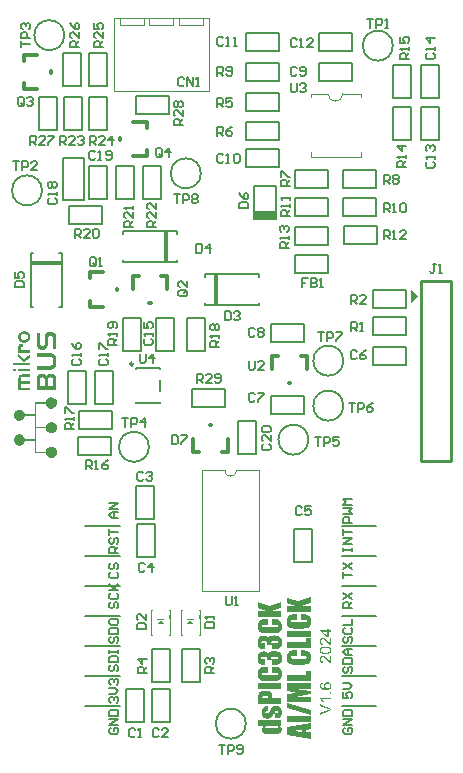
<source format=gto>
G04 Layer_Color=65535*
%FSLAX25Y25*%
%MOIN*%
G70*
G01*
G75*
%ADD24C,0.01000*%
%ADD36C,0.00197*%
%ADD37C,0.00600*%
%ADD38C,0.00984*%
%ADD39C,0.01200*%
%ADD40C,0.00591*%
%ADD41C,0.00787*%
%ADD42C,0.00800*%
%ADD43R,0.07087X0.01181*%
G36*
X16886Y25453D02*
X9109D01*
Y27476D01*
X16886D01*
Y25453D01*
D02*
G37*
G36*
X26605Y28264D02*
X18828D01*
Y30286D01*
X25050D01*
Y31519D01*
X26605D01*
Y28264D01*
D02*
G37*
G36*
Y25687D02*
X21361Y25676D01*
X26605Y24976D01*
Y23731D01*
X21472Y22987D01*
X26605D01*
Y21221D01*
X18828D01*
Y23820D01*
X18839D01*
X18861Y23831D01*
X18895D01*
X18950Y23843D01*
X19017Y23854D01*
X19106Y23865D01*
X19195Y23876D01*
X19306Y23898D01*
X19417Y23920D01*
X19550Y23931D01*
X19828Y23976D01*
X20150Y24020D01*
X20494Y24065D01*
X22461Y24354D01*
X18828Y24820D01*
Y27453D01*
X26605D01*
Y25687D01*
D02*
G37*
G36*
X15197Y19932D02*
X15275D01*
X15442Y19921D01*
X15642Y19887D01*
X15831Y19854D01*
X16019Y19798D01*
X16186Y19732D01*
X16208Y19721D01*
X16253Y19699D01*
X16319Y19643D01*
X16408Y19576D01*
X16508Y19476D01*
X16608Y19365D01*
X16697Y19221D01*
X16786Y19054D01*
X16797Y19032D01*
X16819Y18976D01*
X16853Y18876D01*
X16886Y18743D01*
X16930Y18576D01*
X16964Y18376D01*
X16986Y18165D01*
X16997Y17921D01*
Y17910D01*
Y17888D01*
Y17854D01*
Y17799D01*
X16986Y17732D01*
Y17665D01*
X16964Y17488D01*
X16941Y17288D01*
X16908Y17076D01*
X16853Y16865D01*
X16775Y16654D01*
Y16643D01*
X16764Y16632D01*
X16730Y16566D01*
X16675Y16477D01*
X16608Y16365D01*
X16519Y16254D01*
X16408Y16132D01*
X16286Y16021D01*
X16153Y15932D01*
X16130Y15921D01*
X16075Y15899D01*
X15986Y15877D01*
X15853Y15843D01*
X15686Y15799D01*
X15475Y15777D01*
X15231Y15754D01*
X14953Y15743D01*
X14642D01*
Y17465D01*
X15220D01*
X15331Y17477D01*
X15442D01*
X15553Y17488D01*
X15642Y17499D01*
X15719Y17521D01*
X15731D01*
X15742Y17532D01*
X15786Y17576D01*
X15842Y17654D01*
X15853Y17710D01*
X15864Y17776D01*
Y17788D01*
Y17810D01*
X15853Y17843D01*
Y17888D01*
X15819Y17988D01*
X15797Y18032D01*
X15764Y18065D01*
X15742Y18076D01*
X15719Y18099D01*
X15675Y18110D01*
X15608Y18132D01*
X15542Y18143D01*
X15442Y18154D01*
X15175D01*
X15086Y18143D01*
X14986Y18132D01*
X14897Y18110D01*
X14819Y18076D01*
X14764Y18043D01*
X14753Y18032D01*
X14731Y18010D01*
X14697Y17954D01*
X14664Y17910D01*
X14631Y17865D01*
X14597Y17799D01*
X14542Y17721D01*
X14486Y17621D01*
X14431Y17521D01*
X14353Y17399D01*
X14275Y17254D01*
X14186Y17088D01*
X14086Y16910D01*
X14075Y16899D01*
X14064Y16877D01*
X14042Y16832D01*
X14008Y16777D01*
X13964Y16710D01*
X13908Y16632D01*
X13797Y16454D01*
X13653Y16277D01*
X13509Y16110D01*
X13431Y16032D01*
X13353Y15966D01*
X13286Y15910D01*
X13209Y15866D01*
X13186Y15854D01*
X13142Y15843D01*
X13053Y15810D01*
X12942Y15777D01*
X12809Y15743D01*
X12653Y15721D01*
X12475Y15699D01*
X12286Y15688D01*
X12164D01*
X12020Y15699D01*
X11853Y15710D01*
X11675Y15732D01*
X11486Y15777D01*
X11309Y15821D01*
X11164Y15888D01*
X11153Y15899D01*
X11109Y15932D01*
X11042Y15977D01*
X10953Y16043D01*
X10864Y16143D01*
X10775Y16254D01*
X10676Y16399D01*
X10598Y16566D01*
Y16577D01*
X10587Y16588D01*
X10564Y16654D01*
X10531Y16754D01*
X10498Y16888D01*
X10464Y17054D01*
X10431Y17243D01*
X10409Y17454D01*
X10398Y17688D01*
Y17699D01*
Y17721D01*
Y17754D01*
Y17799D01*
X10409Y17910D01*
X10420Y18065D01*
X10442Y18232D01*
X10464Y18421D01*
X10509Y18599D01*
X10564Y18776D01*
X10576Y18799D01*
X10598Y18854D01*
X10631Y18932D01*
X10676Y19032D01*
X10742Y19143D01*
X10820Y19254D01*
X10898Y19354D01*
X10998Y19454D01*
X11009Y19465D01*
X11042Y19487D01*
X11086Y19532D01*
X11153Y19576D01*
X11309Y19676D01*
X11398Y19710D01*
X11486Y19743D01*
X11498D01*
X11531Y19754D01*
X11586Y19765D01*
X11653Y19776D01*
X11753D01*
X11875Y19787D01*
X12020Y19798D01*
X12553D01*
Y18076D01*
X12064D01*
X11975Y18065D01*
X11886D01*
X11787Y18054D01*
X11709Y18043D01*
X11653Y18021D01*
X11642D01*
X11631Y18010D01*
X11586Y17965D01*
X11564Y17932D01*
X11553Y17888D01*
X11531Y17832D01*
Y17765D01*
Y17754D01*
Y17743D01*
X11542Y17676D01*
X11575Y17588D01*
X11642Y17521D01*
X11664Y17510D01*
X11720Y17488D01*
X11820Y17454D01*
X11964Y17443D01*
X12131D01*
X12275Y17454D01*
X12342Y17465D01*
X12398Y17477D01*
X12409D01*
X12420Y17488D01*
X12486Y17521D01*
X12531Y17554D01*
X12575Y17599D01*
X12642Y17654D01*
X12697Y17721D01*
X12709Y17732D01*
X12731Y17765D01*
X12764Y17821D01*
X12820Y17910D01*
X12886Y18021D01*
X12964Y18165D01*
X13064Y18343D01*
X13175Y18565D01*
Y18576D01*
X13197Y18599D01*
X13220Y18643D01*
X13242Y18699D01*
X13286Y18765D01*
X13320Y18843D01*
X13431Y19021D01*
X13542Y19210D01*
X13675Y19387D01*
X13808Y19554D01*
X13886Y19621D01*
X13953Y19676D01*
X13964Y19687D01*
X14020Y19721D01*
X14097Y19765D01*
X14220Y19810D01*
X14364Y19854D01*
X14553Y19898D01*
X14764Y19932D01*
X15008Y19943D01*
X15131D01*
X15197Y19932D01*
D02*
G37*
G36*
X12220Y24865D02*
X12375Y24854D01*
X12553Y24842D01*
X12742Y24809D01*
X12909Y24776D01*
X13053Y24720D01*
X13064Y24709D01*
X13109Y24687D01*
X13175Y24654D01*
X13242Y24587D01*
X13331Y24509D01*
X13420Y24420D01*
X13497Y24298D01*
X13575Y24154D01*
X13586Y24131D01*
X13597Y24076D01*
X13631Y23987D01*
X13664Y23865D01*
X13697Y23709D01*
X13720Y23531D01*
X13742Y23309D01*
X13753Y23076D01*
Y22543D01*
X16886D01*
Y20521D01*
X9109D01*
Y22554D01*
Y22565D01*
Y22587D01*
Y22632D01*
Y22687D01*
Y22754D01*
X9120Y22843D01*
Y23020D01*
X9142Y23220D01*
X9165Y23431D01*
X9198Y23642D01*
X9242Y23820D01*
X9253Y23843D01*
X9264Y23898D01*
X9298Y23976D01*
X9342Y24076D01*
X9398Y24176D01*
X9453Y24287D01*
X9531Y24398D01*
X9620Y24487D01*
X9631Y24498D01*
X9664Y24520D01*
X9720Y24565D01*
X9787Y24609D01*
X9876Y24654D01*
X9975Y24709D01*
X10087Y24754D01*
X10220Y24787D01*
X10231D01*
X10287Y24798D01*
X10364Y24820D01*
X10487Y24831D01*
X10631Y24854D01*
X10820Y24865D01*
X11031Y24876D01*
X12087D01*
X12220Y24865D01*
D02*
G37*
G36*
X14497Y32997D02*
X14619D01*
X14753Y32986D01*
X15031Y32964D01*
X15308Y32930D01*
X15575Y32886D01*
X15697Y32864D01*
X15797Y32831D01*
X15819Y32819D01*
X15886Y32797D01*
X15975Y32742D01*
X16097Y32675D01*
X16230Y32575D01*
X16375Y32442D01*
X16530Y32275D01*
X16675Y32075D01*
Y32064D01*
X16686Y32053D01*
X16708Y32019D01*
X16730Y31975D01*
X16764Y31920D01*
X16797Y31853D01*
X16864Y31675D01*
X16930Y31475D01*
X16997Y31231D01*
X17041Y30953D01*
X17053Y30642D01*
Y30631D01*
Y30597D01*
Y30553D01*
Y30497D01*
X17041Y30420D01*
X17030Y30331D01*
X17008Y30131D01*
X16975Y29897D01*
X16919Y29653D01*
X16841Y29409D01*
X16741Y29175D01*
Y29164D01*
X16730Y29153D01*
X16686Y29087D01*
X16608Y28986D01*
X16508Y28864D01*
X16386Y28731D01*
X16230Y28609D01*
X16053Y28498D01*
X15853Y28409D01*
X15842D01*
X15831Y28398D01*
X15786D01*
X15742Y28387D01*
X15686Y28364D01*
X15608Y28353D01*
X15519Y28342D01*
X15419Y28320D01*
X15308Y28309D01*
X15175Y28286D01*
X15042Y28275D01*
X14886Y28264D01*
X14719Y28253D01*
X14531Y28242D01*
X14342Y28231D01*
X11575D01*
X11387Y28242D01*
X11186D01*
X10975Y28253D01*
X10775Y28264D01*
X10609Y28286D01*
X10587D01*
X10531Y28298D01*
X10453Y28320D01*
X10353Y28353D01*
X10220Y28398D01*
X10087Y28453D01*
X9942Y28531D01*
X9798Y28620D01*
X9776Y28631D01*
X9731Y28675D01*
X9664Y28742D01*
X9576Y28831D01*
X9476Y28942D01*
X9376Y29075D01*
X9276Y29231D01*
X9187Y29409D01*
Y29420D01*
X9176Y29431D01*
X9153Y29498D01*
X9109Y29609D01*
X9065Y29753D01*
X9031Y29920D01*
X8987Y30120D01*
X8964Y30342D01*
X8953Y30586D01*
Y30597D01*
Y30631D01*
Y30675D01*
Y30731D01*
X8964Y30808D01*
X8976Y30897D01*
X8998Y31108D01*
X9042Y31331D01*
X9098Y31575D01*
X9187Y31819D01*
X9309Y32053D01*
Y32064D01*
X9320Y32075D01*
X9376Y32153D01*
X9442Y32253D01*
X9542Y32375D01*
X9676Y32497D01*
X9820Y32631D01*
X9987Y32730D01*
X10176Y32819D01*
X10187D01*
X10198Y32831D01*
X10231Y32842D01*
X10276Y32853D01*
X10331Y32864D01*
X10398Y32875D01*
X10475Y32897D01*
X10564Y32919D01*
X10676Y32930D01*
X10787Y32953D01*
X10920Y32964D01*
X11064Y32975D01*
X11220Y32986D01*
X11398Y32997D01*
X11575Y33008D01*
X12509D01*
Y30986D01*
X10964D01*
X10842Y30975D01*
X10720D01*
X10598Y30964D01*
X10498Y30942D01*
X10420Y30920D01*
X10409D01*
X10398Y30909D01*
X10342Y30864D01*
X10309Y30820D01*
X10287Y30775D01*
X10276Y30709D01*
X10264Y30631D01*
Y30620D01*
Y30597D01*
X10276Y30553D01*
X10287Y30497D01*
X10309Y30453D01*
X10342Y30397D01*
X10387Y30353D01*
X10453Y30320D01*
X10464D01*
X10487Y30309D01*
X10542Y30297D01*
X10620Y30286D01*
X10720Y30275D01*
X10853Y30264D01*
X11020Y30253D01*
X15020D01*
X15131Y30264D01*
X15264D01*
X15386Y30286D01*
X15486Y30297D01*
X15575Y30320D01*
X15586D01*
X15597Y30331D01*
X15653Y30386D01*
X15686Y30420D01*
X15719Y30475D01*
X15731Y30542D01*
X15742Y30620D01*
Y30631D01*
Y30653D01*
X15731Y30697D01*
X15719Y30742D01*
X15697Y30786D01*
X15675Y30831D01*
X15631Y30875D01*
X15575Y30909D01*
X15564D01*
X15542Y30920D01*
X15486Y30931D01*
X15408Y30953D01*
X15297Y30964D01*
X15153Y30975D01*
X14975Y30986D01*
X13775D01*
Y33008D01*
X14375D01*
X14497Y32997D01*
D02*
G37*
G36*
X14797Y43385D02*
X14886D01*
X15086Y43374D01*
X15319Y43341D01*
X15553Y43307D01*
X15786Y43252D01*
X15997Y43185D01*
X16019Y43174D01*
X16086Y43141D01*
X16175Y43096D01*
X16286Y43018D01*
X16408Y42918D01*
X16542Y42785D01*
X16664Y42630D01*
X16775Y42452D01*
Y42441D01*
X16786Y42430D01*
X16797Y42396D01*
X16819Y42363D01*
X16864Y42241D01*
X16908Y42096D01*
X16953Y41896D01*
X16997Y41674D01*
X17030Y41418D01*
X17041Y41130D01*
Y41119D01*
Y41085D01*
Y41041D01*
Y40974D01*
X17030Y40896D01*
Y40808D01*
X17008Y40608D01*
X16964Y40374D01*
X16919Y40130D01*
X16841Y39885D01*
X16741Y39674D01*
Y39663D01*
X16730Y39652D01*
X16686Y39585D01*
X16619Y39496D01*
X16530Y39397D01*
X16419Y39274D01*
X16286Y39163D01*
X16142Y39063D01*
X15986Y38985D01*
X15975D01*
X15964Y38974D01*
X15942D01*
X15897Y38963D01*
X15842Y38952D01*
X15786Y38941D01*
X15708Y38919D01*
X15619Y38908D01*
X15519Y38897D01*
X15408Y38874D01*
X15275Y38863D01*
X15131Y38852D01*
X14975Y38841D01*
X14808D01*
X14619Y38830D01*
X13797D01*
Y40763D01*
X15231D01*
X15331Y40774D01*
X15442D01*
X15553Y40785D01*
X15642Y40796D01*
X15708Y40819D01*
X15731Y40830D01*
X15775Y40874D01*
X15797Y40907D01*
X15819Y40952D01*
X15831Y41019D01*
X15842Y41085D01*
Y41096D01*
Y41119D01*
X15831Y41163D01*
X15819Y41208D01*
X15797Y41252D01*
X15775Y41296D01*
X15731Y41341D01*
X15675Y41374D01*
X15664D01*
X15631Y41385D01*
X15575Y41396D01*
X15497Y41418D01*
X15375Y41430D01*
X15220Y41441D01*
X15131D01*
X15020Y41452D01*
X14075D01*
X13986Y41441D01*
X13775Y41407D01*
X13675Y41374D01*
X13586Y41341D01*
X13575D01*
X13553Y41319D01*
X13520Y41296D01*
X13475Y41263D01*
X13375Y41174D01*
X13342Y41107D01*
X13308Y41041D01*
Y41030D01*
X13297Y41008D01*
X13286Y40952D01*
X13275Y40874D01*
X13264Y40774D01*
X13242Y40652D01*
Y40485D01*
X13231Y40296D01*
X12098D01*
Y40308D01*
Y40330D01*
Y40363D01*
Y40407D01*
Y40519D01*
X12087Y40663D01*
Y40808D01*
X12075Y40941D01*
X12064Y41063D01*
Y41107D01*
X12053Y41141D01*
Y41152D01*
X12042Y41163D01*
X11998Y41230D01*
X11931Y41319D01*
X11875Y41352D01*
X11820Y41385D01*
X11809D01*
X11787Y41396D01*
X11742Y41407D01*
X11687Y41430D01*
X11609Y41441D01*
X11509Y41452D01*
X11398Y41463D01*
X10698D01*
X10609Y41452D01*
X10442Y41430D01*
X10353Y41407D01*
X10298Y41374D01*
X10287D01*
X10276Y41363D01*
X10231Y41308D01*
X10187Y41230D01*
X10164Y41174D01*
Y41107D01*
Y41096D01*
Y41074D01*
X10176Y41041D01*
X10187Y40996D01*
X10220Y40907D01*
X10264Y40863D01*
X10309Y40830D01*
X10320D01*
X10331Y40819D01*
X10375Y40808D01*
X10431Y40796D01*
X10509Y40785D01*
X10609Y40774D01*
X10731Y40763D01*
X11520D01*
Y38830D01*
X10764D01*
X10687Y38841D01*
X10598D01*
X10487Y38852D01*
X10264Y38897D01*
X10009Y38952D01*
X9764Y39041D01*
X9642Y39097D01*
X9542Y39163D01*
X9442Y39241D01*
X9364Y39330D01*
Y39341D01*
X9342Y39352D01*
X9331Y39385D01*
X9298Y39430D01*
X9276Y39485D01*
X9242Y39552D01*
X9198Y39630D01*
X9165Y39730D01*
X9131Y39830D01*
X9087Y39952D01*
X9053Y40085D01*
X9031Y40230D01*
X8998Y40385D01*
X8987Y40563D01*
X8964Y40752D01*
Y40952D01*
Y40963D01*
Y41008D01*
Y41085D01*
X8976Y41174D01*
Y41285D01*
X8998Y41418D01*
X9009Y41563D01*
X9031Y41707D01*
X9098Y42018D01*
X9198Y42330D01*
X9253Y42474D01*
X9331Y42607D01*
X9409Y42729D01*
X9509Y42829D01*
X9520Y42841D01*
X9531Y42852D01*
X9565Y42874D01*
X9609Y42907D01*
X9664Y42941D01*
X9731Y42985D01*
X9809Y43029D01*
X9898Y43085D01*
X10009Y43130D01*
X10120Y43174D01*
X10375Y43252D01*
X10676Y43307D01*
X10842Y43330D01*
X11120D01*
X11242Y43318D01*
X11375Y43307D01*
X11531Y43285D01*
X11687Y43252D01*
X11831Y43207D01*
X11953Y43141D01*
X11964Y43130D01*
X11998Y43107D01*
X12053Y43063D01*
X12131Y42996D01*
X12209Y42907D01*
X12297Y42807D01*
X12398Y42674D01*
X12486Y42518D01*
X12498Y42541D01*
X12509Y42596D01*
X12553Y42674D01*
X12597Y42763D01*
X12664Y42874D01*
X12753Y42985D01*
X12853Y43085D01*
X12975Y43174D01*
X12986Y43185D01*
X13009Y43196D01*
X13042Y43207D01*
X13086Y43229D01*
X13142Y43241D01*
X13220Y43263D01*
X13297Y43285D01*
X13397Y43307D01*
X13509Y43330D01*
X13642Y43341D01*
X13786Y43363D01*
X13953Y43374D01*
X14131Y43385D01*
X14342Y43396D01*
X14719D01*
X14797Y43385D01*
D02*
G37*
G36*
X26605Y42930D02*
X18828D01*
Y44952D01*
X26605D01*
Y42930D01*
D02*
G37*
G36*
Y39185D02*
X18828D01*
Y41208D01*
X25050D01*
Y42441D01*
X26605D01*
Y39185D01*
D02*
G37*
G36*
X24216Y38452D02*
X24339D01*
X24472Y38441D01*
X24750Y38419D01*
X25027Y38385D01*
X25294Y38341D01*
X25416Y38319D01*
X25516Y38285D01*
X25538Y38274D01*
X25605Y38252D01*
X25694Y38197D01*
X25816Y38130D01*
X25949Y38030D01*
X26094Y37897D01*
X26250Y37730D01*
X26394Y37530D01*
Y37519D01*
X26405Y37508D01*
X26427Y37475D01*
X26449Y37430D01*
X26483Y37374D01*
X26516Y37308D01*
X26583Y37130D01*
X26649Y36930D01*
X26716Y36686D01*
X26761Y36408D01*
X26772Y36097D01*
Y36086D01*
Y36052D01*
Y36008D01*
Y35952D01*
X26761Y35875D01*
X26749Y35786D01*
X26727Y35586D01*
X26694Y35353D01*
X26638Y35108D01*
X26561Y34864D01*
X26461Y34630D01*
Y34619D01*
X26449Y34608D01*
X26405Y34541D01*
X26327Y34442D01*
X26227Y34319D01*
X26105Y34186D01*
X25949Y34064D01*
X25772Y33953D01*
X25572Y33864D01*
X25561D01*
X25550Y33853D01*
X25505D01*
X25461Y33841D01*
X25405Y33819D01*
X25327Y33808D01*
X25238Y33797D01*
X25139Y33775D01*
X25027Y33764D01*
X24894Y33742D01*
X24761Y33730D01*
X24605Y33719D01*
X24439Y33708D01*
X24250Y33697D01*
X24061Y33686D01*
X21294D01*
X21105Y33697D01*
X20906D01*
X20695Y33708D01*
X20494Y33719D01*
X20328Y33742D01*
X20306D01*
X20250Y33753D01*
X20172Y33775D01*
X20072Y33808D01*
X19939Y33853D01*
X19806Y33908D01*
X19661Y33986D01*
X19517Y34075D01*
X19495Y34086D01*
X19450Y34130D01*
X19384Y34197D01*
X19295Y34286D01*
X19195Y34397D01*
X19095Y34530D01*
X18995Y34686D01*
X18906Y34864D01*
Y34875D01*
X18895Y34886D01*
X18872Y34953D01*
X18828Y35064D01*
X18784Y35208D01*
X18750Y35375D01*
X18706Y35575D01*
X18684Y35797D01*
X18673Y36041D01*
Y36052D01*
Y36086D01*
Y36130D01*
Y36186D01*
X18684Y36263D01*
X18695Y36352D01*
X18717Y36564D01*
X18761Y36786D01*
X18817Y37030D01*
X18906Y37275D01*
X19028Y37508D01*
Y37519D01*
X19039Y37530D01*
X19095Y37608D01*
X19161Y37708D01*
X19261Y37830D01*
X19395Y37952D01*
X19539Y38086D01*
X19706Y38186D01*
X19895Y38274D01*
X19906D01*
X19917Y38285D01*
X19950Y38297D01*
X19995Y38308D01*
X20050Y38319D01*
X20117Y38330D01*
X20195Y38352D01*
X20283Y38374D01*
X20394Y38385D01*
X20506Y38408D01*
X20639Y38419D01*
X20783Y38430D01*
X20939Y38441D01*
X21117Y38452D01*
X21294Y38463D01*
X22228D01*
Y36441D01*
X20683D01*
X20561Y36430D01*
X20439D01*
X20317Y36419D01*
X20217Y36397D01*
X20139Y36375D01*
X20128D01*
X20117Y36364D01*
X20061Y36319D01*
X20028Y36275D01*
X20006Y36230D01*
X19995Y36163D01*
X19983Y36086D01*
Y36075D01*
Y36052D01*
X19995Y36008D01*
X20006Y35952D01*
X20028Y35908D01*
X20061Y35852D01*
X20106Y35808D01*
X20172Y35775D01*
X20183D01*
X20206Y35764D01*
X20261Y35752D01*
X20339Y35741D01*
X20439Y35730D01*
X20572Y35719D01*
X20739Y35708D01*
X24738D01*
X24850Y35719D01*
X24983D01*
X25105Y35741D01*
X25205Y35752D01*
X25294Y35775D01*
X25305D01*
X25316Y35786D01*
X25372Y35841D01*
X25405Y35875D01*
X25438Y35930D01*
X25450Y35997D01*
X25461Y36075D01*
Y36086D01*
Y36108D01*
X25450Y36152D01*
X25438Y36197D01*
X25416Y36241D01*
X25394Y36286D01*
X25350Y36330D01*
X25294Y36364D01*
X25283D01*
X25261Y36375D01*
X25205Y36386D01*
X25127Y36408D01*
X25016Y36419D01*
X24872Y36430D01*
X24694Y36441D01*
X23494D01*
Y38463D01*
X24094D01*
X24216Y38452D01*
D02*
G37*
G36*
X14797Y38174D02*
X14886D01*
X15086Y38163D01*
X15319Y38130D01*
X15553Y38097D01*
X15786Y38041D01*
X15997Y37975D01*
X16019Y37963D01*
X16086Y37930D01*
X16175Y37886D01*
X16286Y37808D01*
X16408Y37708D01*
X16542Y37574D01*
X16664Y37419D01*
X16775Y37241D01*
Y37230D01*
X16786Y37219D01*
X16797Y37186D01*
X16819Y37152D01*
X16864Y37030D01*
X16908Y36886D01*
X16953Y36686D01*
X16997Y36463D01*
X17030Y36208D01*
X17041Y35919D01*
Y35908D01*
Y35875D01*
Y35830D01*
Y35764D01*
X17030Y35686D01*
Y35597D01*
X17008Y35397D01*
X16964Y35164D01*
X16919Y34919D01*
X16841Y34675D01*
X16741Y34464D01*
Y34453D01*
X16730Y34442D01*
X16686Y34375D01*
X16619Y34286D01*
X16530Y34186D01*
X16419Y34064D01*
X16286Y33953D01*
X16142Y33853D01*
X15986Y33775D01*
X15975D01*
X15964Y33764D01*
X15942D01*
X15897Y33753D01*
X15842Y33742D01*
X15786Y33730D01*
X15708Y33708D01*
X15619Y33697D01*
X15519Y33686D01*
X15408Y33664D01*
X15275Y33653D01*
X15131Y33642D01*
X14975Y33630D01*
X14808D01*
X14619Y33619D01*
X13797D01*
Y35552D01*
X15231D01*
X15331Y35564D01*
X15442D01*
X15553Y35575D01*
X15642Y35586D01*
X15708Y35608D01*
X15731Y35619D01*
X15775Y35664D01*
X15797Y35697D01*
X15819Y35741D01*
X15831Y35808D01*
X15842Y35875D01*
Y35886D01*
Y35908D01*
X15831Y35952D01*
X15819Y35997D01*
X15797Y36041D01*
X15775Y36086D01*
X15731Y36130D01*
X15675Y36163D01*
X15664D01*
X15631Y36175D01*
X15575Y36186D01*
X15497Y36208D01*
X15375Y36219D01*
X15220Y36230D01*
X15131D01*
X15020Y36241D01*
X14075D01*
X13986Y36230D01*
X13775Y36197D01*
X13675Y36163D01*
X13586Y36130D01*
X13575D01*
X13553Y36108D01*
X13520Y36086D01*
X13475Y36052D01*
X13375Y35963D01*
X13342Y35897D01*
X13308Y35830D01*
Y35819D01*
X13297Y35797D01*
X13286Y35741D01*
X13275Y35664D01*
X13264Y35564D01*
X13242Y35441D01*
Y35275D01*
X13231Y35086D01*
X12098D01*
Y35097D01*
Y35119D01*
Y35153D01*
Y35197D01*
Y35308D01*
X12087Y35452D01*
Y35597D01*
X12075Y35730D01*
X12064Y35852D01*
Y35897D01*
X12053Y35930D01*
Y35941D01*
X12042Y35952D01*
X11998Y36019D01*
X11931Y36108D01*
X11875Y36141D01*
X11820Y36175D01*
X11809D01*
X11787Y36186D01*
X11742Y36197D01*
X11687Y36219D01*
X11609Y36230D01*
X11509Y36241D01*
X11398Y36252D01*
X10698D01*
X10609Y36241D01*
X10442Y36219D01*
X10353Y36197D01*
X10298Y36163D01*
X10287D01*
X10276Y36152D01*
X10231Y36097D01*
X10187Y36019D01*
X10164Y35963D01*
Y35897D01*
Y35886D01*
Y35864D01*
X10176Y35830D01*
X10187Y35786D01*
X10220Y35697D01*
X10264Y35653D01*
X10309Y35619D01*
X10320D01*
X10331Y35608D01*
X10375Y35597D01*
X10431Y35586D01*
X10509Y35575D01*
X10609Y35564D01*
X10731Y35552D01*
X11520D01*
Y33619D01*
X10764D01*
X10687Y33630D01*
X10598D01*
X10487Y33642D01*
X10264Y33686D01*
X10009Y33742D01*
X9764Y33830D01*
X9642Y33886D01*
X9542Y33953D01*
X9442Y34030D01*
X9364Y34119D01*
Y34130D01*
X9342Y34141D01*
X9331Y34175D01*
X9298Y34219D01*
X9276Y34275D01*
X9242Y34341D01*
X9198Y34419D01*
X9165Y34519D01*
X9131Y34619D01*
X9087Y34741D01*
X9053Y34875D01*
X9031Y35019D01*
X8998Y35175D01*
X8987Y35353D01*
X8964Y35541D01*
Y35741D01*
Y35752D01*
Y35797D01*
Y35875D01*
X8976Y35963D01*
Y36075D01*
X8998Y36208D01*
X9009Y36352D01*
X9031Y36497D01*
X9098Y36808D01*
X9198Y37119D01*
X9253Y37263D01*
X9331Y37397D01*
X9409Y37519D01*
X9509Y37619D01*
X9520Y37630D01*
X9531Y37641D01*
X9565Y37663D01*
X9609Y37697D01*
X9664Y37730D01*
X9731Y37775D01*
X9809Y37819D01*
X9898Y37874D01*
X10009Y37919D01*
X10120Y37963D01*
X10375Y38041D01*
X10676Y38097D01*
X10842Y38119D01*
X11120D01*
X11242Y38108D01*
X11375Y38097D01*
X11531Y38074D01*
X11687Y38041D01*
X11831Y37997D01*
X11953Y37930D01*
X11964Y37919D01*
X11998Y37897D01*
X12053Y37852D01*
X12131Y37786D01*
X12209Y37697D01*
X12297Y37597D01*
X12398Y37463D01*
X12486Y37308D01*
X12498Y37330D01*
X12509Y37386D01*
X12553Y37463D01*
X12597Y37552D01*
X12664Y37663D01*
X12753Y37775D01*
X12853Y37874D01*
X12975Y37963D01*
X12986Y37975D01*
X13009Y37986D01*
X13042Y37997D01*
X13086Y38019D01*
X13142Y38030D01*
X13220Y38052D01*
X13297Y38074D01*
X13397Y38097D01*
X13509Y38119D01*
X13642Y38130D01*
X13786Y38152D01*
X13953Y38163D01*
X14131Y38174D01*
X14342Y38186D01*
X14719D01*
X14797Y38174D01*
D02*
G37*
G36*
X26749Y18454D02*
Y16988D01*
X18684Y19298D01*
Y20754D01*
X26749Y18454D01*
D02*
G37*
G36*
X32351Y27773D02*
X32384D01*
X32473Y27756D01*
X32579Y27739D01*
X32690Y27711D01*
X32812Y27673D01*
X32928Y27617D01*
X32934D01*
X32939Y27612D01*
X32956Y27600D01*
X32978Y27589D01*
X33034Y27556D01*
X33106Y27506D01*
X33184Y27445D01*
X33261Y27373D01*
X33339Y27284D01*
X33406Y27190D01*
Y27184D01*
X33411Y27179D01*
X33422Y27162D01*
X33428Y27140D01*
X33456Y27084D01*
X33483Y27012D01*
X33517Y26918D01*
X33539Y26812D01*
X33561Y26696D01*
X33567Y26568D01*
Y26563D01*
Y26540D01*
X33561Y26513D01*
Y26468D01*
X33555Y26418D01*
X33544Y26363D01*
X33528Y26296D01*
X33511Y26230D01*
X33489Y26152D01*
X33461Y26074D01*
X33428Y25997D01*
X33383Y25913D01*
X33334Y25836D01*
X33278Y25758D01*
X33211Y25680D01*
X33134Y25608D01*
X33128Y25602D01*
X33112Y25591D01*
X33089Y25575D01*
X33051Y25552D01*
X33000Y25519D01*
X32945Y25491D01*
X32873Y25458D01*
X32795Y25425D01*
X32701Y25386D01*
X32595Y25353D01*
X32479Y25325D01*
X32351Y25297D01*
X32207Y25269D01*
X32051Y25253D01*
X31885Y25242D01*
X31707Y25236D01*
X31657D01*
X31602Y25242D01*
X31524D01*
X31435Y25247D01*
X31330Y25258D01*
X31213Y25269D01*
X31086Y25286D01*
X30958Y25308D01*
X30819Y25336D01*
X30686Y25369D01*
X30553Y25408D01*
X30425Y25458D01*
X30303Y25514D01*
X30187Y25575D01*
X30087Y25647D01*
X30081Y25652D01*
X30070Y25664D01*
X30048Y25686D01*
X30015Y25714D01*
X29981Y25747D01*
X29948Y25791D01*
X29904Y25847D01*
X29865Y25902D01*
X29826Y25969D01*
X29781Y26041D01*
X29748Y26124D01*
X29709Y26208D01*
X29682Y26302D01*
X29659Y26402D01*
X29648Y26507D01*
X29643Y26618D01*
Y26624D01*
Y26640D01*
Y26662D01*
X29648Y26696D01*
Y26735D01*
X29654Y26779D01*
X29676Y26885D01*
X29704Y27001D01*
X29748Y27123D01*
X29815Y27245D01*
X29854Y27306D01*
X29898Y27362D01*
X29904Y27367D01*
X29909Y27373D01*
X29926Y27390D01*
X29943Y27406D01*
X29970Y27434D01*
X30003Y27456D01*
X30081Y27517D01*
X30181Y27578D01*
X30303Y27634D01*
X30442Y27684D01*
X30597Y27717D01*
X30636Y27245D01*
X30631D01*
X30625Y27240D01*
X30592Y27234D01*
X30542Y27218D01*
X30481Y27195D01*
X30414Y27173D01*
X30348Y27140D01*
X30286Y27101D01*
X30237Y27062D01*
X30226Y27051D01*
X30203Y27029D01*
X30170Y26990D01*
X30131Y26934D01*
X30098Y26862D01*
X30065Y26785D01*
X30042Y26690D01*
X30031Y26590D01*
Y26579D01*
Y26551D01*
X30037Y26507D01*
X30048Y26457D01*
X30065Y26391D01*
X30087Y26324D01*
X30114Y26257D01*
X30159Y26191D01*
X30164Y26180D01*
X30187Y26152D01*
X30226Y26113D01*
X30281Y26063D01*
X30348Y26008D01*
X30425Y25947D01*
X30525Y25891D01*
X30636Y25836D01*
X30642D01*
X30653Y25830D01*
X30670Y25824D01*
X30692Y25813D01*
X30725Y25808D01*
X30764Y25797D01*
X30808Y25786D01*
X30864Y25774D01*
X30925Y25758D01*
X30991Y25747D01*
X31064Y25736D01*
X31141Y25730D01*
X31230Y25719D01*
X31319Y25714D01*
X31419Y25708D01*
X31519D01*
X31513Y25714D01*
X31480Y25736D01*
X31435Y25774D01*
X31380Y25824D01*
X31313Y25880D01*
X31252Y25952D01*
X31191Y26030D01*
X31136Y26119D01*
Y26124D01*
X31130Y26130D01*
X31113Y26163D01*
X31097Y26213D01*
X31069Y26280D01*
X31047Y26357D01*
X31030Y26446D01*
X31014Y26540D01*
X31008Y26640D01*
Y26646D01*
Y26662D01*
Y26685D01*
X31014Y26718D01*
X31019Y26763D01*
X31025Y26807D01*
X31036Y26862D01*
X31052Y26918D01*
X31091Y27046D01*
X31119Y27112D01*
X31158Y27179D01*
X31197Y27245D01*
X31241Y27318D01*
X31297Y27384D01*
X31358Y27445D01*
X31363Y27451D01*
X31374Y27462D01*
X31391Y27478D01*
X31419Y27495D01*
X31458Y27523D01*
X31496Y27551D01*
X31546Y27578D01*
X31602Y27612D01*
X31663Y27645D01*
X31730Y27673D01*
X31807Y27700D01*
X31885Y27728D01*
X31968Y27745D01*
X32063Y27762D01*
X32157Y27773D01*
X32257Y27778D01*
X32318D01*
X32351Y27773D01*
D02*
G37*
G36*
X33500Y34150D02*
X33439D01*
X33395Y34155D01*
X33345Y34161D01*
X33289Y34172D01*
X33234Y34183D01*
X33173Y34205D01*
X33167D01*
X33162Y34211D01*
X33128Y34222D01*
X33078Y34244D01*
X33012Y34277D01*
X32934Y34322D01*
X32845Y34377D01*
X32756Y34438D01*
X32662Y34516D01*
X32656D01*
X32651Y34527D01*
X32618Y34555D01*
X32568Y34605D01*
X32495Y34677D01*
X32412Y34760D01*
X32312Y34865D01*
X32201Y34993D01*
X32085Y35132D01*
X32079Y35137D01*
X32063Y35160D01*
X32035Y35193D01*
X32002Y35232D01*
X31957Y35282D01*
X31907Y35343D01*
X31852Y35404D01*
X31791Y35476D01*
X31657Y35615D01*
X31524Y35753D01*
X31458Y35820D01*
X31391Y35881D01*
X31330Y35937D01*
X31269Y35981D01*
X31263D01*
X31258Y35992D01*
X31241Y36003D01*
X31219Y36014D01*
X31158Y36053D01*
X31086Y36098D01*
X30997Y36136D01*
X30903Y36175D01*
X30797Y36197D01*
X30697Y36209D01*
X30686D01*
X30653Y36203D01*
X30597Y36197D01*
X30536Y36181D01*
X30459Y36159D01*
X30381Y36120D01*
X30303Y36070D01*
X30226Y36003D01*
X30214Y35992D01*
X30192Y35964D01*
X30164Y35925D01*
X30126Y35864D01*
X30092Y35787D01*
X30059Y35698D01*
X30037Y35592D01*
X30031Y35476D01*
Y35470D01*
Y35459D01*
Y35443D01*
X30037Y35420D01*
X30042Y35354D01*
X30059Y35276D01*
X30081Y35193D01*
X30120Y35099D01*
X30170Y35010D01*
X30237Y34927D01*
X30248Y34915D01*
X30275Y34893D01*
X30320Y34860D01*
X30386Y34827D01*
X30464Y34788D01*
X30564Y34754D01*
X30675Y34732D01*
X30803Y34721D01*
X30753Y34238D01*
X30747D01*
X30731Y34244D01*
X30703D01*
X30664Y34249D01*
X30619Y34260D01*
X30570Y34272D01*
X30509Y34288D01*
X30448Y34305D01*
X30314Y34349D01*
X30181Y34416D01*
X30114Y34455D01*
X30048Y34505D01*
X29987Y34555D01*
X29931Y34610D01*
X29926Y34616D01*
X29920Y34627D01*
X29904Y34644D01*
X29887Y34671D01*
X29865Y34705D01*
X29842Y34743D01*
X29815Y34788D01*
X29787Y34843D01*
X29759Y34904D01*
X29732Y34971D01*
X29709Y35043D01*
X29687Y35121D01*
X29671Y35204D01*
X29654Y35293D01*
X29648Y35387D01*
X29643Y35487D01*
Y35493D01*
Y35509D01*
Y35543D01*
X29648Y35581D01*
X29654Y35626D01*
X29659Y35681D01*
X29671Y35742D01*
X29682Y35803D01*
X29720Y35948D01*
X29776Y36092D01*
X29809Y36164D01*
X29848Y36236D01*
X29898Y36303D01*
X29954Y36364D01*
X29959Y36369D01*
X29965Y36381D01*
X29987Y36392D01*
X30009Y36414D01*
X30037Y36442D01*
X30076Y36469D01*
X30114Y36497D01*
X30164Y36531D01*
X30270Y36586D01*
X30403Y36641D01*
X30470Y36664D01*
X30547Y36675D01*
X30625Y36686D01*
X30708Y36691D01*
X30747D01*
X30792Y36686D01*
X30853Y36680D01*
X30919Y36669D01*
X30997Y36647D01*
X31080Y36625D01*
X31163Y36592D01*
X31174Y36586D01*
X31202Y36575D01*
X31247Y36553D01*
X31308Y36519D01*
X31374Y36475D01*
X31458Y36419D01*
X31541Y36353D01*
X31635Y36275D01*
X31646Y36264D01*
X31680Y36236D01*
X31707Y36209D01*
X31735Y36181D01*
X31768Y36147D01*
X31813Y36103D01*
X31857Y36059D01*
X31907Y36003D01*
X31963Y35948D01*
X32024Y35881D01*
X32085Y35809D01*
X32157Y35731D01*
X32229Y35642D01*
X32307Y35554D01*
X32312Y35548D01*
X32323Y35537D01*
X32340Y35515D01*
X32362Y35487D01*
X32395Y35454D01*
X32429Y35415D01*
X32501Y35326D01*
X32584Y35232D01*
X32667Y35143D01*
X32740Y35065D01*
X32767Y35032D01*
X32795Y35004D01*
X32801Y34999D01*
X32817Y34982D01*
X32840Y34960D01*
X32873Y34932D01*
X32912Y34904D01*
X32950Y34871D01*
X33045Y34804D01*
Y36697D01*
X33500D01*
Y34150D01*
D02*
G37*
G36*
Y24032D02*
X32962D01*
Y24570D01*
X33500D01*
Y24032D01*
D02*
G37*
G36*
Y19015D02*
Y18482D01*
X29659Y16995D01*
Y17549D01*
X32451Y18548D01*
X32457D01*
X32468Y18554D01*
X32484Y18560D01*
X32506Y18571D01*
X32540Y18576D01*
X32573Y18587D01*
X32656Y18615D01*
X32751Y18648D01*
X32856Y18682D01*
X33078Y18748D01*
X33073D01*
X33062Y18754D01*
X33045Y18759D01*
X33023Y18765D01*
X32962Y18781D01*
X32878Y18809D01*
X32784Y18837D01*
X32679Y18870D01*
X32568Y18909D01*
X32451Y18954D01*
X29659Y19997D01*
Y20513D01*
X33500Y19015D01*
D02*
G37*
G36*
Y22084D02*
X30497D01*
X30503Y22078D01*
X30525Y22050D01*
X30558Y22017D01*
X30597Y21962D01*
X30647Y21901D01*
X30703Y21823D01*
X30764Y21734D01*
X30825Y21634D01*
Y21629D01*
X30830Y21623D01*
X30853Y21590D01*
X30880Y21534D01*
X30914Y21468D01*
X30953Y21390D01*
X30991Y21307D01*
X31030Y21224D01*
X31064Y21140D01*
X30608D01*
Y21146D01*
X30597Y21157D01*
X30592Y21179D01*
X30575Y21207D01*
X30558Y21240D01*
X30536Y21279D01*
X30481Y21373D01*
X30420Y21484D01*
X30342Y21595D01*
X30253Y21712D01*
X30159Y21828D01*
X30153Y21834D01*
X30148Y21840D01*
X30131Y21856D01*
X30114Y21879D01*
X30059Y21928D01*
X29992Y21995D01*
X29915Y22062D01*
X29826Y22134D01*
X29737Y22195D01*
X29643Y22250D01*
Y22556D01*
X33500D01*
Y22084D01*
D02*
G37*
G36*
X31780Y39705D02*
X31846D01*
X31918Y39700D01*
X31996Y39694D01*
X32174Y39677D01*
X32357Y39650D01*
X32534Y39616D01*
X32618Y39594D01*
X32701Y39566D01*
X32706D01*
X32717Y39561D01*
X32740Y39550D01*
X32767Y39538D01*
X32806Y39527D01*
X32845Y39505D01*
X32939Y39461D01*
X33039Y39405D01*
X33150Y39333D01*
X33250Y39250D01*
X33345Y39150D01*
Y39145D01*
X33356Y39139D01*
X33367Y39122D01*
X33378Y39100D01*
X33395Y39072D01*
X33417Y39045D01*
X33456Y38961D01*
X33494Y38862D01*
X33533Y38745D01*
X33555Y38606D01*
X33567Y38456D01*
Y38451D01*
Y38434D01*
Y38401D01*
X33561Y38362D01*
X33555Y38317D01*
X33544Y38262D01*
X33533Y38201D01*
X33517Y38134D01*
X33494Y38068D01*
X33472Y37996D01*
X33439Y37923D01*
X33400Y37851D01*
X33356Y37779D01*
X33300Y37707D01*
X33239Y37640D01*
X33173Y37579D01*
X33167Y37574D01*
X33150Y37563D01*
X33123Y37546D01*
X33078Y37518D01*
X33028Y37491D01*
X32962Y37463D01*
X32884Y37424D01*
X32795Y37391D01*
X32695Y37357D01*
X32579Y37324D01*
X32451Y37291D01*
X32307Y37263D01*
X32151Y37235D01*
X31985Y37219D01*
X31802Y37207D01*
X31607Y37202D01*
X31496D01*
X31435Y37207D01*
X31369D01*
X31297Y37213D01*
X31213Y37219D01*
X31041Y37235D01*
X30858Y37263D01*
X30675Y37296D01*
X30592Y37319D01*
X30509Y37341D01*
X30503D01*
X30492Y37346D01*
X30470Y37357D01*
X30442Y37369D01*
X30403Y37380D01*
X30364Y37402D01*
X30270Y37446D01*
X30170Y37502D01*
X30065Y37574D01*
X29959Y37657D01*
X29870Y37757D01*
Y37762D01*
X29859Y37768D01*
X29848Y37785D01*
X29837Y37807D01*
X29815Y37835D01*
X29798Y37868D01*
X29754Y37951D01*
X29715Y38051D01*
X29676Y38168D01*
X29654Y38306D01*
X29643Y38456D01*
Y38462D01*
Y38467D01*
Y38484D01*
Y38506D01*
X29648Y38567D01*
X29659Y38639D01*
X29676Y38723D01*
X29698Y38811D01*
X29726Y38906D01*
X29770Y38995D01*
Y39000D01*
X29776Y39006D01*
X29793Y39033D01*
X29820Y39078D01*
X29859Y39133D01*
X29915Y39195D01*
X29976Y39261D01*
X30048Y39322D01*
X30131Y39383D01*
X30142Y39389D01*
X30170Y39411D01*
X30220Y39433D01*
X30292Y39472D01*
X30375Y39505D01*
X30470Y39550D01*
X30581Y39588D01*
X30703Y39622D01*
X30708D01*
X30720Y39627D01*
X30736Y39633D01*
X30764Y39639D01*
X30797Y39644D01*
X30836Y39650D01*
X30886Y39661D01*
X30941Y39666D01*
X31003Y39677D01*
X31069Y39683D01*
X31147Y39688D01*
X31225Y39700D01*
X31313Y39705D01*
X31402D01*
X31502Y39711D01*
X31719D01*
X31780Y39705D01*
D02*
G37*
G36*
X16886Y13188D02*
X16419D01*
X16431Y13177D01*
X16464Y13144D01*
X16519Y13088D01*
X16586Y13010D01*
X16653Y12921D01*
X16719Y12821D01*
X16797Y12710D01*
X16853Y12599D01*
X16864Y12588D01*
X16875Y12544D01*
X16897Y12488D01*
X16919Y12399D01*
X16953Y12310D01*
X16975Y12199D01*
X16986Y12077D01*
X16997Y11955D01*
Y11933D01*
Y11877D01*
X16986Y11799D01*
X16964Y11688D01*
X16941Y11566D01*
X16897Y11444D01*
X16841Y11310D01*
X16764Y11177D01*
X16753Y11166D01*
X16719Y11122D01*
X16675Y11066D01*
X16608Y10999D01*
X16530Y10933D01*
X16431Y10855D01*
X16330Y10799D01*
X16219Y10755D01*
X16208D01*
X16164Y10744D01*
X16086Y10733D01*
X15975Y10711D01*
X15831Y10699D01*
X15653Y10677D01*
X15442Y10666D01*
X11975D01*
X11809Y10677D01*
X11642Y10688D01*
X11464Y10699D01*
X11309Y10722D01*
X11175Y10755D01*
X11164D01*
X11120Y10777D01*
X11064Y10799D01*
X10987Y10844D01*
X10909Y10899D01*
X10809Y10966D01*
X10720Y11066D01*
X10631Y11177D01*
X10620Y11188D01*
X10598Y11244D01*
X10553Y11310D01*
X10509Y11410D01*
X10475Y11522D01*
X10431Y11655D01*
X10409Y11810D01*
X10398Y11977D01*
Y11999D01*
Y12044D01*
X10409Y12110D01*
Y12199D01*
X10431Y12299D01*
X10453Y12410D01*
X10487Y12533D01*
X10531Y12644D01*
X10542Y12655D01*
X10553Y12699D01*
X10587Y12755D01*
X10631Y12821D01*
X10687Y12910D01*
X10753Y12999D01*
X10842Y13099D01*
X10931Y13188D01*
X9109D01*
Y15132D01*
X16886D01*
Y13188D01*
D02*
G37*
G36*
X26605Y14499D02*
X18828D01*
Y16521D01*
X26605D01*
Y14499D01*
D02*
G37*
G36*
Y12099D02*
X25205Y11988D01*
Y11244D01*
X26605Y11133D01*
Y9055D01*
X18828Y10077D01*
Y12988D01*
X26605Y14155D01*
Y12099D01*
D02*
G37*
G36*
X33500Y40121D02*
X33439D01*
X33395Y40127D01*
X33345Y40132D01*
X33289Y40143D01*
X33234Y40155D01*
X33173Y40177D01*
X33167D01*
X33162Y40182D01*
X33128Y40194D01*
X33078Y40216D01*
X33012Y40249D01*
X32934Y40293D01*
X32845Y40349D01*
X32756Y40410D01*
X32662Y40488D01*
X32656D01*
X32651Y40499D01*
X32618Y40526D01*
X32568Y40576D01*
X32495Y40649D01*
X32412Y40732D01*
X32312Y40837D01*
X32201Y40965D01*
X32085Y41104D01*
X32079Y41109D01*
X32063Y41131D01*
X32035Y41165D01*
X32002Y41204D01*
X31957Y41254D01*
X31907Y41315D01*
X31852Y41376D01*
X31791Y41448D01*
X31657Y41587D01*
X31524Y41725D01*
X31458Y41792D01*
X31391Y41853D01*
X31330Y41908D01*
X31269Y41953D01*
X31263D01*
X31258Y41964D01*
X31241Y41975D01*
X31219Y41986D01*
X31158Y42025D01*
X31086Y42069D01*
X30997Y42108D01*
X30903Y42147D01*
X30797Y42169D01*
X30697Y42180D01*
X30686D01*
X30653Y42175D01*
X30597Y42169D01*
X30536Y42153D01*
X30459Y42130D01*
X30381Y42092D01*
X30303Y42042D01*
X30226Y41975D01*
X30214Y41964D01*
X30192Y41936D01*
X30164Y41897D01*
X30126Y41836D01*
X30092Y41759D01*
X30059Y41670D01*
X30037Y41564D01*
X30031Y41448D01*
Y41442D01*
Y41431D01*
Y41414D01*
X30037Y41392D01*
X30042Y41326D01*
X30059Y41248D01*
X30081Y41165D01*
X30120Y41070D01*
X30170Y40982D01*
X30237Y40898D01*
X30248Y40887D01*
X30275Y40865D01*
X30320Y40832D01*
X30386Y40798D01*
X30464Y40760D01*
X30564Y40726D01*
X30675Y40704D01*
X30803Y40693D01*
X30753Y40210D01*
X30747D01*
X30731Y40216D01*
X30703D01*
X30664Y40221D01*
X30619Y40232D01*
X30570Y40243D01*
X30509Y40260D01*
X30448Y40277D01*
X30314Y40321D01*
X30181Y40388D01*
X30114Y40426D01*
X30048Y40477D01*
X29987Y40526D01*
X29931Y40582D01*
X29926Y40587D01*
X29920Y40599D01*
X29904Y40615D01*
X29887Y40643D01*
X29865Y40676D01*
X29842Y40715D01*
X29815Y40760D01*
X29787Y40815D01*
X29759Y40876D01*
X29732Y40943D01*
X29709Y41015D01*
X29687Y41093D01*
X29671Y41176D01*
X29654Y41265D01*
X29648Y41359D01*
X29643Y41459D01*
Y41464D01*
Y41481D01*
Y41514D01*
X29648Y41553D01*
X29654Y41598D01*
X29659Y41653D01*
X29671Y41714D01*
X29682Y41775D01*
X29720Y41919D01*
X29776Y42064D01*
X29809Y42136D01*
X29848Y42208D01*
X29898Y42275D01*
X29954Y42336D01*
X29959Y42341D01*
X29965Y42352D01*
X29987Y42364D01*
X30009Y42386D01*
X30037Y42413D01*
X30076Y42441D01*
X30114Y42469D01*
X30164Y42502D01*
X30270Y42558D01*
X30403Y42613D01*
X30470Y42635D01*
X30547Y42647D01*
X30625Y42658D01*
X30708Y42663D01*
X30747D01*
X30792Y42658D01*
X30853Y42652D01*
X30919Y42641D01*
X30997Y42619D01*
X31080Y42597D01*
X31163Y42563D01*
X31174Y42558D01*
X31202Y42547D01*
X31247Y42524D01*
X31308Y42491D01*
X31374Y42447D01*
X31458Y42391D01*
X31541Y42325D01*
X31635Y42247D01*
X31646Y42236D01*
X31680Y42208D01*
X31707Y42180D01*
X31735Y42153D01*
X31768Y42119D01*
X31813Y42075D01*
X31857Y42031D01*
X31907Y41975D01*
X31963Y41919D01*
X32024Y41853D01*
X32085Y41781D01*
X32157Y41703D01*
X32229Y41614D01*
X32307Y41526D01*
X32312Y41520D01*
X32323Y41509D01*
X32340Y41487D01*
X32362Y41459D01*
X32395Y41425D01*
X32429Y41387D01*
X32501Y41298D01*
X32584Y41204D01*
X32667Y41115D01*
X32740Y41037D01*
X32767Y41004D01*
X32795Y40976D01*
X32801Y40970D01*
X32817Y40954D01*
X32840Y40932D01*
X32873Y40904D01*
X32912Y40876D01*
X32950Y40843D01*
X33045Y40776D01*
Y42669D01*
X33500D01*
Y40121D01*
D02*
G37*
G36*
X32579Y45155D02*
X33500D01*
Y44683D01*
X32579D01*
Y43013D01*
X32146D01*
X29659Y44772D01*
Y45155D01*
X32146D01*
Y45677D01*
X32579D01*
Y45155D01*
D02*
G37*
G36*
X14497Y48862D02*
X14619D01*
X14753Y48851D01*
X15031Y48829D01*
X15308Y48796D01*
X15575Y48751D01*
X15697Y48729D01*
X15797Y48696D01*
X15819Y48684D01*
X15886Y48662D01*
X15975Y48607D01*
X16097Y48540D01*
X16230Y48440D01*
X16375Y48307D01*
X16530Y48140D01*
X16675Y47940D01*
Y47929D01*
X16686Y47918D01*
X16708Y47885D01*
X16730Y47840D01*
X16764Y47785D01*
X16797Y47718D01*
X16864Y47540D01*
X16930Y47340D01*
X16997Y47096D01*
X17041Y46818D01*
X17053Y46507D01*
Y46496D01*
Y46463D01*
Y46418D01*
Y46363D01*
X17041Y46285D01*
X17030Y46196D01*
X17008Y45996D01*
X16975Y45763D01*
X16919Y45518D01*
X16841Y45274D01*
X16741Y45040D01*
Y45029D01*
X16730Y45018D01*
X16686Y44952D01*
X16608Y44851D01*
X16508Y44729D01*
X16386Y44596D01*
X16230Y44474D01*
X16053Y44363D01*
X15853Y44274D01*
X15842D01*
X15831Y44263D01*
X15786D01*
X15742Y44252D01*
X15686Y44229D01*
X15608Y44218D01*
X15519Y44207D01*
X15419Y44185D01*
X15308Y44174D01*
X15175Y44152D01*
X15042Y44140D01*
X14886Y44129D01*
X14719Y44118D01*
X14531Y44107D01*
X14342Y44096D01*
X11575D01*
X11387Y44107D01*
X11186D01*
X10975Y44118D01*
X10775Y44129D01*
X10609Y44152D01*
X10587D01*
X10531Y44163D01*
X10453Y44185D01*
X10353Y44218D01*
X10220Y44263D01*
X10087Y44318D01*
X9942Y44396D01*
X9798Y44485D01*
X9776Y44496D01*
X9731Y44541D01*
X9664Y44607D01*
X9576Y44696D01*
X9476Y44807D01*
X9376Y44940D01*
X9276Y45096D01*
X9187Y45274D01*
Y45285D01*
X9176Y45296D01*
X9153Y45363D01*
X9109Y45474D01*
X9065Y45618D01*
X9031Y45785D01*
X8987Y45985D01*
X8964Y46207D01*
X8953Y46451D01*
Y46463D01*
Y46496D01*
Y46540D01*
Y46596D01*
X8964Y46674D01*
X8976Y46762D01*
X8998Y46974D01*
X9042Y47196D01*
X9098Y47440D01*
X9187Y47685D01*
X9309Y47918D01*
Y47929D01*
X9320Y47940D01*
X9376Y48018D01*
X9442Y48118D01*
X9542Y48240D01*
X9676Y48362D01*
X9820Y48496D01*
X9987Y48596D01*
X10176Y48684D01*
X10187D01*
X10198Y48696D01*
X10231Y48707D01*
X10276Y48718D01*
X10331Y48729D01*
X10398Y48740D01*
X10475Y48762D01*
X10564Y48785D01*
X10676Y48796D01*
X10787Y48818D01*
X10920Y48829D01*
X11064Y48840D01*
X11220Y48851D01*
X11398Y48862D01*
X11575Y48873D01*
X12509D01*
Y46851D01*
X10964D01*
X10842Y46840D01*
X10720D01*
X10598Y46829D01*
X10498Y46807D01*
X10420Y46785D01*
X10409D01*
X10398Y46774D01*
X10342Y46729D01*
X10309Y46685D01*
X10287Y46640D01*
X10276Y46574D01*
X10264Y46496D01*
Y46485D01*
Y46463D01*
X10276Y46418D01*
X10287Y46363D01*
X10309Y46318D01*
X10342Y46262D01*
X10387Y46218D01*
X10453Y46185D01*
X10464D01*
X10487Y46174D01*
X10542Y46163D01*
X10620Y46151D01*
X10720Y46140D01*
X10853Y46129D01*
X11020Y46118D01*
X15020D01*
X15131Y46129D01*
X15264D01*
X15386Y46151D01*
X15486Y46163D01*
X15575Y46185D01*
X15586D01*
X15597Y46196D01*
X15653Y46251D01*
X15686Y46285D01*
X15719Y46340D01*
X15731Y46407D01*
X15742Y46485D01*
Y46496D01*
Y46518D01*
X15731Y46562D01*
X15719Y46607D01*
X15697Y46651D01*
X15675Y46696D01*
X15631Y46740D01*
X15575Y46774D01*
X15564D01*
X15542Y46785D01*
X15486Y46796D01*
X15408Y46818D01*
X15297Y46829D01*
X15153Y46840D01*
X14975Y46851D01*
X13775D01*
Y48873D01*
X14375D01*
X14497Y48862D01*
D02*
G37*
G36*
X-59497Y144541D02*
X-59139D01*
Y144361D01*
X-58780D01*
Y144182D01*
X-58600D01*
Y143823D01*
X-58420D01*
Y143285D01*
X-58241D01*
Y138797D01*
X-59318D01*
Y142926D01*
X-59497D01*
Y143285D01*
X-60754D01*
Y142926D01*
X-60933D01*
Y139874D01*
X-61113D01*
Y139336D01*
X-61292D01*
Y139156D01*
X-61472D01*
Y138977D01*
X-61651D01*
Y138797D01*
X-62010D01*
Y138618D01*
X-63446D01*
Y138797D01*
X-63805D01*
Y138977D01*
X-64164D01*
Y139156D01*
X-64344D01*
Y139515D01*
X-64523D01*
Y140054D01*
X-64703D01*
Y144361D01*
X-63626D01*
Y140413D01*
X-63446D01*
Y140233D01*
X-63267D01*
Y140054D01*
X-62908D01*
Y139874D01*
X-62549D01*
Y140054D01*
X-62190D01*
Y140233D01*
X-62010D01*
Y143285D01*
X-61831D01*
Y144003D01*
X-61651D01*
Y144182D01*
X-61472D01*
Y144361D01*
X-61292D01*
Y144541D01*
X-60933D01*
Y144720D01*
X-59497D01*
Y144541D01*
D02*
G37*
G36*
X-59139Y130541D02*
X-58959D01*
Y130361D01*
X-58600D01*
Y130002D01*
X-58420D01*
Y129464D01*
X-58241D01*
Y125156D01*
X-64703D01*
Y129285D01*
X-64523D01*
Y130002D01*
X-64344D01*
Y130182D01*
X-64164D01*
Y130361D01*
X-63985D01*
Y130541D01*
X-63626D01*
Y130720D01*
X-62369D01*
Y130541D01*
X-62010D01*
Y130361D01*
X-61831D01*
Y130182D01*
X-61651D01*
Y129823D01*
X-61292D01*
Y130182D01*
X-61113D01*
Y130361D01*
X-60933D01*
Y130541D01*
X-60754D01*
Y130720D01*
X-59139D01*
Y130541D01*
D02*
G37*
G36*
X-68292Y144720D02*
X-67933D01*
Y144541D01*
X-67574D01*
Y144361D01*
X-67395D01*
Y144182D01*
X-67215D01*
Y143823D01*
X-67036D01*
Y143105D01*
X-66856D01*
Y142746D01*
X-67036D01*
Y142028D01*
X-67215D01*
Y141669D01*
X-67395D01*
Y141490D01*
X-67574D01*
Y141310D01*
X-67754D01*
Y141131D01*
X-68113D01*
Y140951D01*
X-69549D01*
Y141131D01*
X-69908D01*
Y141310D01*
X-70267D01*
Y141490D01*
X-70446D01*
Y141849D01*
X-70626D01*
Y142208D01*
X-70805D01*
Y143644D01*
X-70626D01*
Y144003D01*
X-70446D01*
Y144182D01*
X-70267D01*
Y144361D01*
X-70087D01*
Y144541D01*
X-69908D01*
Y144720D01*
X-69369D01*
Y144900D01*
X-68292D01*
Y144720D01*
D02*
G37*
G36*
X-59497Y122644D02*
X-58959D01*
Y122464D01*
X-58780D01*
Y122285D01*
X-58420D01*
Y121926D01*
X-58241D01*
Y121746D01*
X-58061D01*
Y121208D01*
X-57882D01*
Y120669D01*
X-58061D01*
Y120131D01*
X-58241D01*
Y119772D01*
X-58420D01*
Y119592D01*
X-58600D01*
Y119413D01*
X-58780D01*
Y119233D01*
X-59139D01*
Y119054D01*
X-60574D01*
Y119233D01*
X-60933D01*
Y119413D01*
X-61113D01*
Y119592D01*
X-61292D01*
Y119772D01*
X-61472D01*
Y120131D01*
X-61651D01*
Y120669D01*
X-64882D01*
Y112951D01*
X-61651D01*
Y113310D01*
X-61472D01*
Y113669D01*
X-61292D01*
Y113849D01*
X-61113D01*
Y114028D01*
X-60933D01*
Y114208D01*
X-60754D01*
Y114387D01*
X-60395D01*
Y114567D01*
X-59318D01*
Y114387D01*
X-58959D01*
Y114208D01*
X-58600D01*
Y114028D01*
X-58420D01*
Y113849D01*
X-58241D01*
Y113490D01*
X-58061D01*
Y112951D01*
X-57882D01*
Y112413D01*
X-58061D01*
Y111874D01*
X-58241D01*
Y111515D01*
X-58420D01*
Y111336D01*
X-58600D01*
Y111156D01*
X-58959D01*
Y110977D01*
X-59318D01*
Y110797D01*
X-60395D01*
Y110977D01*
X-60754D01*
Y111156D01*
X-61113D01*
Y111336D01*
X-61292D01*
Y111695D01*
X-61472D01*
Y112054D01*
X-61651D01*
Y112413D01*
X-64882D01*
Y104695D01*
X-61651D01*
Y105054D01*
X-61472D01*
Y105413D01*
X-61292D01*
Y105772D01*
X-61113D01*
Y105951D01*
X-60754D01*
Y106131D01*
X-60395D01*
Y106310D01*
X-59318D01*
Y106131D01*
X-58780D01*
Y105951D01*
X-58600D01*
Y105772D01*
X-58420D01*
Y105592D01*
X-58241D01*
Y105233D01*
X-58061D01*
Y104695D01*
X-57882D01*
Y104156D01*
X-58061D01*
Y103618D01*
X-58241D01*
Y103259D01*
X-58420D01*
Y103079D01*
X-58600D01*
Y102900D01*
X-58959D01*
Y102720D01*
X-59318D01*
Y102541D01*
X-60215D01*
Y102720D01*
X-60754D01*
Y102900D01*
X-60933D01*
Y103079D01*
X-61113D01*
Y103259D01*
X-61292D01*
Y103438D01*
X-61472D01*
Y103797D01*
X-61651D01*
Y104156D01*
X-65421D01*
Y108285D01*
X-68651D01*
Y107926D01*
X-68831D01*
Y107567D01*
X-69010D01*
Y107387D01*
X-69190D01*
Y107208D01*
X-69369D01*
Y107028D01*
X-69549D01*
Y106849D01*
X-69908D01*
Y106669D01*
X-70985D01*
Y106849D01*
X-71344D01*
Y107028D01*
X-71703D01*
Y107208D01*
X-71882D01*
Y107387D01*
X-72062D01*
Y107746D01*
X-72241D01*
Y108285D01*
X-72421D01*
Y108823D01*
X-72241D01*
Y109362D01*
X-72062D01*
Y109721D01*
X-71882D01*
Y109900D01*
X-71703D01*
Y110080D01*
X-71344D01*
Y110259D01*
X-70985D01*
Y110438D01*
X-69908D01*
Y110259D01*
X-69549D01*
Y110080D01*
X-69369D01*
Y109900D01*
X-69190D01*
Y109721D01*
X-69010D01*
Y109541D01*
X-68831D01*
Y109182D01*
X-68651D01*
Y108823D01*
X-65421D01*
Y116541D01*
X-68651D01*
Y116182D01*
X-68831D01*
Y115823D01*
X-69010D01*
Y115464D01*
X-69190D01*
Y115285D01*
X-69549D01*
Y115105D01*
X-69908D01*
Y114926D01*
X-71164D01*
Y115105D01*
X-71523D01*
Y115285D01*
X-71703D01*
Y115464D01*
X-71882D01*
Y115644D01*
X-72062D01*
Y116003D01*
X-72241D01*
Y116361D01*
X-72421D01*
Y117079D01*
X-72241D01*
Y117618D01*
X-72062D01*
Y117977D01*
X-71882D01*
Y118156D01*
X-71703D01*
Y118336D01*
X-71344D01*
Y118515D01*
X-70805D01*
Y118695D01*
X-70087D01*
Y118515D01*
X-69549D01*
Y118336D01*
X-69369D01*
Y118156D01*
X-69190D01*
Y117977D01*
X-69010D01*
Y117797D01*
X-68831D01*
Y117438D01*
X-68651D01*
Y117079D01*
X-65421D01*
Y121208D01*
X-61651D01*
Y121567D01*
X-61472D01*
Y121926D01*
X-61292D01*
Y122105D01*
X-61113D01*
Y122285D01*
X-60933D01*
Y122464D01*
X-60574D01*
Y122644D01*
X-60215D01*
Y122823D01*
X-59497D01*
Y122644D01*
D02*
G37*
G36*
X-67036Y129464D02*
X-69908D01*
Y129105D01*
X-70087D01*
Y128387D01*
X-69908D01*
Y128208D01*
X-67036D01*
Y127310D01*
X-69908D01*
Y126054D01*
X-67036D01*
Y125156D01*
X-70805D01*
Y129285D01*
X-70626D01*
Y130002D01*
X-70446D01*
Y130182D01*
X-70267D01*
Y130361D01*
X-69549D01*
Y130541D01*
X-67036D01*
Y129464D01*
D02*
G37*
G36*
X-59677Y137362D02*
X-59139D01*
Y137182D01*
X-58959D01*
Y137003D01*
X-58780D01*
Y136823D01*
X-58600D01*
Y136464D01*
X-58420D01*
Y136105D01*
X-58241D01*
Y133413D01*
X-58420D01*
Y133054D01*
X-58600D01*
Y132695D01*
X-58780D01*
Y132515D01*
X-58959D01*
Y132336D01*
X-59139D01*
Y132156D01*
X-59677D01*
Y131977D01*
X-64703D01*
Y133233D01*
X-60036D01*
Y133413D01*
X-59497D01*
Y133592D01*
X-59318D01*
Y133951D01*
X-59139D01*
Y135567D01*
X-59318D01*
Y135926D01*
X-59677D01*
Y136105D01*
X-60036D01*
Y136285D01*
X-64703D01*
Y137541D01*
X-59677D01*
Y137362D01*
D02*
G37*
G36*
X-70626Y137003D02*
X-70446D01*
Y136823D01*
X-70267D01*
Y136644D01*
X-70087D01*
Y136464D01*
X-69908D01*
Y136285D01*
X-69728D01*
Y136105D01*
X-69549D01*
Y135926D01*
X-69369D01*
Y135746D01*
X-69190D01*
Y135567D01*
X-68651D01*
Y135746D01*
X-68472D01*
Y135926D01*
X-68292D01*
Y136105D01*
X-68113D01*
Y136285D01*
X-67933D01*
Y136464D01*
X-67754D01*
Y136644D01*
X-67395D01*
Y136823D01*
X-67215D01*
Y137003D01*
X-67036D01*
Y135926D01*
X-67215D01*
Y135746D01*
X-67395D01*
Y135567D01*
X-67574D01*
Y135387D01*
X-67754D01*
Y135208D01*
X-68113D01*
Y135028D01*
X-68292D01*
Y134849D01*
X-68472D01*
Y134669D01*
X-68651D01*
Y134490D01*
X-68831D01*
Y134310D01*
X-67036D01*
Y133413D01*
X-72600D01*
Y134310D01*
X-69010D01*
Y134669D01*
X-69369D01*
Y134849D01*
X-69549D01*
Y135028D01*
X-69728D01*
Y135208D01*
X-69908D01*
Y135387D01*
X-70087D01*
Y135567D01*
X-70267D01*
Y135746D01*
X-70446D01*
Y135926D01*
X-70626D01*
Y136105D01*
X-70805D01*
Y137182D01*
X-70626D01*
Y137003D01*
D02*
G37*
G36*
X-67036Y131438D02*
X-70805D01*
Y132336D01*
X-67036D01*
Y131438D01*
D02*
G37*
G36*
X-71703D02*
X-72600D01*
Y132336D01*
X-71703D01*
Y131438D01*
D02*
G37*
G36*
X-69190Y139515D02*
X-70087D01*
Y138618D01*
X-67036D01*
Y137721D01*
X-70805D01*
Y139874D01*
X-70626D01*
Y140233D01*
X-70446D01*
Y140413D01*
X-69190D01*
Y139515D01*
D02*
G37*
G36*
X-26096Y48787D02*
X-26490D01*
Y50362D01*
X-26096D01*
Y48787D01*
D02*
G37*
G36*
X16886Y52451D02*
X13553Y51617D01*
X16886D01*
Y49595D01*
X9109D01*
Y51617D01*
X12131D01*
X9109Y52529D01*
Y54417D01*
X12631Y53262D01*
X16886Y54528D01*
Y52451D01*
D02*
G37*
G36*
X-12319Y48394D02*
X-13500D01*
X-12319Y47213D01*
X-14681Y47213D01*
X-13500Y48394D01*
X-14681D01*
Y48787D01*
X-12319D01*
Y48394D01*
D02*
G37*
G36*
X26605Y54062D02*
X23272Y53228D01*
X26605D01*
Y51206D01*
X18828D01*
Y53228D01*
X21850D01*
X18828Y54140D01*
Y56028D01*
X22350Y54873D01*
X26605Y56139D01*
Y54062D01*
D02*
G37*
G36*
X-22159Y48394D02*
X-23340D01*
X-22159Y47213D01*
X-24521Y47213D01*
X-23340Y48394D01*
X-24521D01*
Y48787D01*
X-22159D01*
Y48394D01*
D02*
G37*
G36*
X62441Y156500D02*
X59941Y154000D01*
Y159000D01*
X62441Y156500D01*
D02*
G37*
G36*
X-10350Y48787D02*
X-10744D01*
Y50362D01*
X-10350D01*
Y48787D01*
D02*
G37*
G36*
X24216Y50473D02*
X24339D01*
X24472Y50462D01*
X24750Y50440D01*
X25027Y50406D01*
X25294Y50362D01*
X25416Y50340D01*
X25516Y50306D01*
X25538Y50295D01*
X25605Y50273D01*
X25694Y50218D01*
X25816Y50151D01*
X25949Y50051D01*
X26094Y49918D01*
X26250Y49751D01*
X26394Y49551D01*
Y49540D01*
X26405Y49529D01*
X26427Y49496D01*
X26449Y49451D01*
X26483Y49395D01*
X26516Y49329D01*
X26583Y49151D01*
X26649Y48951D01*
X26716Y48707D01*
X26761Y48429D01*
X26772Y48118D01*
Y48107D01*
Y48073D01*
Y48029D01*
Y47973D01*
X26761Y47896D01*
X26749Y47807D01*
X26727Y47607D01*
X26694Y47374D01*
X26638Y47129D01*
X26561Y46885D01*
X26461Y46651D01*
Y46640D01*
X26449Y46629D01*
X26405Y46562D01*
X26327Y46463D01*
X26227Y46340D01*
X26105Y46207D01*
X25949Y46085D01*
X25772Y45974D01*
X25572Y45885D01*
X25561D01*
X25550Y45874D01*
X25505D01*
X25461Y45862D01*
X25405Y45840D01*
X25327Y45829D01*
X25238Y45818D01*
X25139Y45796D01*
X25027Y45785D01*
X24894Y45763D01*
X24761Y45751D01*
X24605Y45740D01*
X24439Y45729D01*
X24250Y45718D01*
X24061Y45707D01*
X21294D01*
X21105Y45718D01*
X20906D01*
X20695Y45729D01*
X20494Y45740D01*
X20328Y45763D01*
X20306D01*
X20250Y45774D01*
X20172Y45796D01*
X20072Y45829D01*
X19939Y45874D01*
X19806Y45929D01*
X19661Y46007D01*
X19517Y46096D01*
X19495Y46107D01*
X19450Y46151D01*
X19384Y46218D01*
X19295Y46307D01*
X19195Y46418D01*
X19095Y46551D01*
X18995Y46707D01*
X18906Y46885D01*
Y46896D01*
X18895Y46907D01*
X18872Y46974D01*
X18828Y47085D01*
X18784Y47229D01*
X18750Y47396D01*
X18706Y47596D01*
X18684Y47818D01*
X18673Y48062D01*
Y48073D01*
Y48107D01*
Y48151D01*
Y48207D01*
X18684Y48285D01*
X18695Y48373D01*
X18717Y48584D01*
X18761Y48807D01*
X18817Y49051D01*
X18906Y49295D01*
X19028Y49529D01*
Y49540D01*
X19039Y49551D01*
X19095Y49629D01*
X19161Y49729D01*
X19261Y49851D01*
X19395Y49973D01*
X19539Y50107D01*
X19706Y50207D01*
X19895Y50295D01*
X19906D01*
X19917Y50306D01*
X19950Y50318D01*
X19995Y50329D01*
X20050Y50340D01*
X20117Y50351D01*
X20195Y50373D01*
X20283Y50395D01*
X20394Y50406D01*
X20506Y50429D01*
X20639Y50440D01*
X20783Y50451D01*
X20939Y50462D01*
X21117Y50473D01*
X21294Y50484D01*
X22228D01*
Y48462D01*
X20683D01*
X20561Y48451D01*
X20439D01*
X20317Y48440D01*
X20217Y48418D01*
X20139Y48396D01*
X20128D01*
X20117Y48384D01*
X20061Y48340D01*
X20028Y48296D01*
X20006Y48251D01*
X19995Y48184D01*
X19983Y48107D01*
Y48096D01*
Y48073D01*
X19995Y48029D01*
X20006Y47973D01*
X20028Y47929D01*
X20061Y47873D01*
X20106Y47829D01*
X20172Y47796D01*
X20183D01*
X20206Y47785D01*
X20261Y47774D01*
X20339Y47762D01*
X20439Y47751D01*
X20572Y47740D01*
X20739Y47729D01*
X24738D01*
X24850Y47740D01*
X24983D01*
X25105Y47762D01*
X25205Y47774D01*
X25294Y47796D01*
X25305D01*
X25316Y47807D01*
X25372Y47862D01*
X25405Y47896D01*
X25438Y47951D01*
X25450Y48018D01*
X25461Y48096D01*
Y48107D01*
Y48129D01*
X25450Y48173D01*
X25438Y48218D01*
X25416Y48262D01*
X25394Y48307D01*
X25350Y48351D01*
X25294Y48384D01*
X25283D01*
X25261Y48396D01*
X25205Y48407D01*
X25127Y48429D01*
X25016Y48440D01*
X24872Y48451D01*
X24694Y48462D01*
X23494D01*
Y50484D01*
X24094D01*
X24216Y50473D01*
D02*
G37*
G36*
X-20190Y48787D02*
X-20584D01*
Y50362D01*
X-20190D01*
Y48787D01*
D02*
G37*
G36*
X-16256D02*
X-16650D01*
Y50362D01*
X-16256D01*
Y48787D01*
D02*
G37*
%LPC*%
G36*
X-68831Y144003D02*
X-69010D01*
Y143823D01*
X-69728D01*
Y143644D01*
X-69908D01*
Y143285D01*
X-70087D01*
Y142387D01*
X-69908D01*
Y142208D01*
X-69728D01*
Y142028D01*
X-69369D01*
Y141849D01*
X-68472D01*
Y142028D01*
X-68113D01*
Y142208D01*
X-67933D01*
Y142387D01*
X-67754D01*
Y143464D01*
X-67933D01*
Y143644D01*
X-68113D01*
Y143823D01*
X-68831D01*
Y144003D01*
D02*
G37*
G36*
X32285Y27295D02*
X32246D01*
X32218Y27290D01*
X32185D01*
X32146Y27284D01*
X32057Y27268D01*
X31957Y27245D01*
X31852Y27207D01*
X31752Y27151D01*
X31657Y27079D01*
X31646Y27068D01*
X31618Y27040D01*
X31585Y26996D01*
X31541Y26934D01*
X31496Y26857D01*
X31463Y26768D01*
X31435Y26662D01*
X31424Y26546D01*
Y26540D01*
Y26529D01*
Y26513D01*
X31430Y26491D01*
X31435Y26435D01*
X31452Y26357D01*
X31480Y26274D01*
X31524Y26180D01*
X31580Y26091D01*
X31657Y26002D01*
X31668Y25991D01*
X31696Y25969D01*
X31746Y25930D01*
X31818Y25891D01*
X31902Y25852D01*
X32007Y25813D01*
X32124Y25791D01*
X32257Y25780D01*
X32296D01*
X32346Y25786D01*
X32407Y25791D01*
X32479Y25802D01*
X32557Y25824D01*
X32640Y25847D01*
X32723Y25880D01*
X32734Y25886D01*
X32762Y25902D01*
X32801Y25924D01*
X32851Y25958D01*
X32901Y25997D01*
X32962Y26046D01*
X33012Y26102D01*
X33062Y26169D01*
X33067Y26180D01*
X33078Y26202D01*
X33100Y26241D01*
X33117Y26291D01*
X33139Y26346D01*
X33162Y26413D01*
X33173Y26485D01*
X33178Y26563D01*
Y26568D01*
Y26574D01*
Y26590D01*
X33173Y26613D01*
X33167Y26668D01*
X33150Y26740D01*
X33117Y26818D01*
X33078Y26907D01*
X33017Y26996D01*
X32984Y27040D01*
X32939Y27079D01*
X32934D01*
X32928Y27090D01*
X32895Y27112D01*
X32840Y27145D01*
X32767Y27190D01*
X32673Y27229D01*
X32562Y27262D01*
X32434Y27284D01*
X32285Y27295D01*
D02*
G37*
G36*
X-59856Y129464D02*
X-60395D01*
Y129285D01*
X-60754D01*
Y129105D01*
X-60933D01*
Y126413D01*
X-59318D01*
Y129105D01*
X-59497D01*
Y129285D01*
X-59856D01*
Y129464D01*
D02*
G37*
G36*
X-62728D02*
X-62908D01*
Y129285D01*
X-63446D01*
Y128926D01*
X-63626D01*
Y126413D01*
X-62010D01*
Y128926D01*
X-62190D01*
Y129285D01*
X-62728D01*
Y129464D01*
D02*
G37*
G36*
X11864Y23187D02*
X11020D01*
X10953Y23176D01*
X10875D01*
X10698Y23132D01*
X10620Y23098D01*
X10564Y23054D01*
X10553Y23043D01*
X10542Y23031D01*
X10520Y22998D01*
X10498Y22943D01*
X10475Y22876D01*
X10464Y22787D01*
X10442Y22676D01*
Y22543D01*
X12420D01*
Y22554D01*
Y22587D01*
Y22632D01*
Y22687D01*
Y22698D01*
Y22731D01*
X12409Y22776D01*
X12398Y22843D01*
X12364Y22965D01*
X12331Y23031D01*
X12286Y23076D01*
X12275D01*
X12253Y23098D01*
X12220Y23109D01*
X12164Y23132D01*
X12087Y23154D01*
X11987Y23165D01*
X11864Y23187D01*
D02*
G37*
G36*
X15242Y13188D02*
X12009D01*
X11931Y13177D01*
X11775Y13166D01*
X11709Y13144D01*
X11653Y13121D01*
X11642D01*
X11631Y13110D01*
X11586Y13077D01*
X11553Y12999D01*
X11531Y12955D01*
Y12888D01*
Y12877D01*
Y12866D01*
X11542Y12799D01*
X11575Y12721D01*
X11642Y12666D01*
X11664Y12655D01*
X11698Y12644D01*
X11742D01*
X11809Y12632D01*
X11886Y12621D01*
X11998Y12610D01*
X15375D01*
X15453Y12621D01*
X15619Y12632D01*
X15697Y12644D01*
X15753Y12666D01*
X15775Y12677D01*
X15808Y12710D01*
X15842Y12777D01*
X15864Y12877D01*
Y12888D01*
Y12910D01*
X15842Y12977D01*
X15808Y13055D01*
X15775Y13099D01*
X15731Y13121D01*
X15719D01*
X15697Y13133D01*
X15664Y13144D01*
X15597Y13155D01*
X15508Y13166D01*
X15397Y13177D01*
X15242Y13188D01*
D02*
G37*
G36*
X31780Y39228D02*
X31519D01*
X31452Y39222D01*
X31380D01*
X31291Y39217D01*
X31197Y39211D01*
X31091Y39200D01*
X30880Y39172D01*
X30775Y39156D01*
X30675Y39133D01*
X30581Y39111D01*
X30492Y39078D01*
X30414Y39045D01*
X30348Y39006D01*
X30342D01*
X30336Y38995D01*
X30320Y38984D01*
X30298Y38967D01*
X30248Y38917D01*
X30187Y38856D01*
X30131Y38773D01*
X30081Y38678D01*
X30059Y38628D01*
X30042Y38573D01*
X30037Y38512D01*
X30031Y38451D01*
Y38445D01*
Y38434D01*
Y38418D01*
X30037Y38395D01*
X30048Y38334D01*
X30065Y38262D01*
X30098Y38179D01*
X30148Y38090D01*
X30181Y38046D01*
X30214Y38001D01*
X30259Y37962D01*
X30309Y37923D01*
X30314D01*
X30325Y37912D01*
X30348Y37901D01*
X30375Y37885D01*
X30420Y37868D01*
X30470Y37846D01*
X30531Y37829D01*
X30603Y37807D01*
X30686Y37785D01*
X30781Y37762D01*
X30886Y37740D01*
X31003Y37724D01*
X31136Y37707D01*
X31280Y37696D01*
X31435Y37690D01*
X31607Y37685D01*
X31696D01*
X31763Y37690D01*
X31835D01*
X31924Y37696D01*
X32018Y37701D01*
X32118Y37713D01*
X32335Y37740D01*
X32440Y37757D01*
X32540Y37779D01*
X32634Y37801D01*
X32723Y37835D01*
X32801Y37868D01*
X32867Y37907D01*
X32873D01*
X32878Y37918D01*
X32917Y37946D01*
X32967Y37996D01*
X33023Y38057D01*
X33078Y38140D01*
X33128Y38234D01*
X33167Y38340D01*
X33173Y38395D01*
X33178Y38456D01*
Y38462D01*
Y38473D01*
Y38490D01*
X33173Y38512D01*
X33162Y38567D01*
X33139Y38645D01*
X33100Y38728D01*
X33045Y38823D01*
X33012Y38867D01*
X32967Y38911D01*
X32923Y38956D01*
X32867Y39000D01*
X32862D01*
X32851Y39011D01*
X32834Y39022D01*
X32806Y39033D01*
X32767Y39056D01*
X32717Y39072D01*
X32662Y39094D01*
X32595Y39117D01*
X32512Y39133D01*
X32423Y39156D01*
X32318Y39178D01*
X32207Y39195D01*
X32074Y39206D01*
X31935Y39217D01*
X31780Y39228D01*
D02*
G37*
G36*
X32146Y44683D02*
X30425D01*
X32146Y43474D01*
Y44683D01*
D02*
G37*
G36*
X23828Y11921D02*
X23816D01*
X23772Y11910D01*
X23694D01*
X23594Y11899D01*
X23461Y11888D01*
X23305Y11866D01*
X23128Y11855D01*
X22928Y11833D01*
X22705Y11810D01*
X22450Y11788D01*
X22183Y11755D01*
X21894Y11733D01*
X21583Y11710D01*
X21261Y11677D01*
X20917Y11655D01*
X20561Y11621D01*
X20583D01*
X20617Y11610D01*
X20661D01*
X20772Y11588D01*
X20928Y11577D01*
X21117Y11555D01*
X21328Y11522D01*
X21561Y11488D01*
X21805Y11466D01*
X22072Y11433D01*
X22350Y11399D01*
X22883Y11333D01*
X23150Y11299D01*
X23394Y11277D01*
X23628Y11255D01*
X23828Y11233D01*
Y11921D01*
D02*
G37*
%LPD*%
D24*
X63441Y161400D02*
X73441D01*
Y101500D02*
Y161400D01*
X63441Y101500D02*
X73441D01*
X63441D02*
Y161400D01*
D36*
X32370Y224000D02*
G03*
X37370Y224000I2500J0D01*
G01*
X-2036Y98441D02*
G03*
X1901Y98441I1969J0D01*
G01*
X-9378Y246843D02*
Y249205D01*
X-17252Y246843D02*
X-9378D01*
X-17252D02*
Y249205D01*
X-19220Y246843D02*
Y249205D01*
X-27095Y246843D02*
X-19220D01*
X-27095D02*
Y249205D01*
X-29063Y246843D02*
Y249205D01*
X-36937Y246843D02*
X-29063D01*
X-36937D02*
Y249205D01*
X-38906Y224795D02*
Y249205D01*
Y224795D02*
X-7095D01*
X-38906Y249205D02*
X-7095D01*
Y224795D02*
Y249205D01*
X26870Y223000D02*
Y224000D01*
X32370D01*
X37370D02*
X43370D01*
Y223000D02*
Y224000D01*
Y203000D02*
Y204500D01*
X26870Y203000D02*
Y204500D01*
Y203000D02*
X43370D01*
X-9517Y58284D02*
Y98441D01*
X9381Y58284D02*
Y98441D01*
X-9517Y58284D02*
X9381D01*
X1901Y98441D02*
X9381D01*
X-9517D02*
X-2036D01*
X-26490Y43669D02*
X-26096D01*
X-26490D02*
Y51937D01*
X-26096D01*
X-20584D02*
X-20190D01*
Y43669D02*
Y51937D01*
X-20584Y43669D02*
X-20190D01*
X-10744D02*
X-10350D01*
Y51937D01*
X-10744D02*
X-10350D01*
X-16650D02*
X-16256D01*
X-16650Y43669D02*
Y51937D01*
Y43669D02*
X-16256D01*
D37*
X54000Y240000D02*
G03*
X54000Y240000I-5000J0D01*
G01*
X-62945Y191760D02*
G03*
X-62945Y191760I-5000J0D01*
G01*
X-55500Y243500D02*
G03*
X-55500Y243500I-5000J0D01*
G01*
X-27283Y106299D02*
G03*
X-27283Y106299I-5000J0D01*
G01*
X25866Y108661D02*
G03*
X25866Y108661I-5000J0D01*
G01*
X37500Y120000D02*
G03*
X37500Y120000I-5000J0D01*
G01*
Y135000D02*
G03*
X37500Y135000I-5000J0D01*
G01*
X-10000Y197458D02*
G03*
X-10000Y197458I-5000J0D01*
G01*
X5000Y14000D02*
G03*
X5000Y14000I-5000J0D01*
G01*
X-12873Y119675D02*
X-1873D01*
X-12873D02*
Y125675D01*
X-1873Y119675D02*
Y125675D01*
X-12873D02*
X-1873D01*
X2340Y103842D02*
Y114842D01*
X8340D01*
X2340Y103842D02*
X8340D01*
Y114842D01*
X-21882Y167882D02*
Y178118D01*
X-21488Y167882D02*
Y177724D01*
X-21094Y167882D02*
Y178118D01*
X-66618Y167905D02*
X-56382D01*
X-66224Y167512D02*
X-56382D01*
X-66618Y167118D02*
X-56382D01*
X-5406Y153582D02*
Y163818D01*
X-5012Y153976D02*
Y163818D01*
X-4618Y153582D02*
Y163818D01*
X-56023Y202587D02*
X-48936D01*
X-56023Y188413D02*
Y202587D01*
Y188413D02*
X-48936D01*
Y202587D01*
X-29000Y14500D02*
Y25500D01*
X-35000Y14500D02*
X-29000D01*
X-35000Y25500D02*
X-29000D01*
X-35000Y14500D02*
Y25500D01*
X-20340Y14500D02*
Y25500D01*
X-26340Y14500D02*
X-20340D01*
X-26340Y25500D02*
X-20340D01*
X-26340Y14500D02*
Y25500D01*
X-31506Y82345D02*
Y93345D01*
X-25506D01*
X-31506Y82345D02*
X-25506D01*
Y93345D01*
X-25304Y69500D02*
Y80500D01*
X-31304Y69500D02*
X-25304D01*
X-31304Y80500D02*
X-25304D01*
X-31304Y69500D02*
Y80500D01*
X21000Y68000D02*
Y79000D01*
X27000D01*
X21000Y68000D02*
X27000D01*
Y79000D01*
X47385Y139660D02*
X58385D01*
Y133660D02*
Y139660D01*
X47385Y133660D02*
Y139660D01*
Y133660D02*
X58385D01*
X13500Y117340D02*
X24500D01*
X13500D02*
Y123340D01*
X24500Y117340D02*
Y123340D01*
X13500D02*
X24500D01*
X13457Y141340D02*
X24457D01*
X13457D02*
Y147340D01*
X24457Y141340D02*
Y147340D01*
X13457D02*
X24457D01*
X29458Y228340D02*
X40457D01*
X29458D02*
Y234340D01*
X40457Y228340D02*
Y234340D01*
X29458D02*
X40457D01*
X5085Y205660D02*
X16085D01*
Y199660D02*
Y205660D01*
X5085Y199660D02*
Y205660D01*
Y199660D02*
X16085D01*
X5043Y244160D02*
X16043D01*
Y238160D02*
Y244160D01*
X5043Y238160D02*
Y244160D01*
Y238160D02*
X16043D01*
X29392Y244160D02*
X40393D01*
Y238160D02*
Y244160D01*
X29392Y238160D02*
Y244160D01*
Y238160D02*
X40393D01*
X63340Y208500D02*
Y219500D01*
X69340D01*
X63340Y208500D02*
X69340D01*
Y219500D01*
X63340Y222543D02*
Y233542D01*
X69340D01*
X63340Y222543D02*
X69340D01*
Y233542D01*
X-24988Y138350D02*
Y149350D01*
X-18988D01*
X-24988Y138350D02*
X-18988D01*
Y149350D01*
X-54309Y120676D02*
Y131676D01*
X-48309D01*
X-54309Y120676D02*
X-48309D01*
Y131676D01*
X-45309Y120633D02*
Y131633D01*
X-39309D01*
X-45309Y120633D02*
X-39309D01*
Y131633D01*
X-47160Y189042D02*
Y200043D01*
X-41160D01*
X-47160Y189042D02*
X-41160D01*
Y200043D01*
X47385Y143460D02*
X58385D01*
X47385D02*
Y149460D01*
X58385Y143460D02*
Y149460D01*
X47385D02*
X58385D01*
X47385Y152400D02*
X58385D01*
X47385D02*
Y158400D01*
X58385Y152400D02*
Y158400D01*
X47385D02*
X58385D01*
X-16340Y27957D02*
Y38958D01*
X-10340D01*
X-16340Y27957D02*
X-10340D01*
Y38958D01*
X-26340Y27957D02*
Y38958D01*
X-20340D01*
X-26340Y27957D02*
X-20340D01*
Y38958D01*
X4958Y218160D02*
X15958D01*
X4958D02*
Y224160D01*
X15958Y218160D02*
Y224160D01*
X4958D02*
X15958D01*
X5000Y208660D02*
X16000D01*
X5000D02*
Y214660D01*
X16000Y208660D02*
Y214660D01*
X5000D02*
X16000D01*
X21302Y192660D02*
X32302D01*
X21302D02*
Y198660D01*
X32302Y192660D02*
Y198660D01*
X21302D02*
X32302D01*
X37543Y192660D02*
X48542D01*
X37543D02*
Y198660D01*
X48542Y192660D02*
Y198660D01*
X37543D02*
X48542D01*
X4958Y234180D02*
X15958D01*
Y228180D02*
Y234180D01*
X4958Y228180D02*
Y234180D01*
Y228180D02*
X15958D01*
X37543Y183160D02*
X48542D01*
X37543D02*
Y189160D01*
X48542Y183160D02*
Y189160D01*
X37543D02*
X48542D01*
X21302Y183160D02*
X32302D01*
X21302D02*
Y189160D01*
X32302Y183160D02*
Y189160D01*
X21302D02*
X32302D01*
X37585Y173820D02*
X48585D01*
X37585D02*
Y179820D01*
X48585Y173820D02*
Y179820D01*
X37585D02*
X48585D01*
X21302Y173660D02*
X32302D01*
X21302D02*
Y179660D01*
X32302Y173660D02*
Y179660D01*
X21302D02*
X32302D01*
X54160Y208457D02*
Y219458D01*
X60160D01*
X54160Y208457D02*
X60160D01*
Y219458D01*
X54160Y222458D02*
Y233457D01*
X60160D01*
X54160Y222458D02*
X60160D01*
Y233457D01*
X21260Y164340D02*
X32260D01*
X21260D02*
Y170340D01*
X32260Y164340D02*
Y170340D01*
X21260D02*
X32260D01*
X-50852Y109431D02*
X-39852D01*
Y103431D02*
Y109431D01*
X-50852Y103431D02*
Y109431D01*
Y103431D02*
X-39852D01*
X-50607Y112250D02*
X-39607D01*
X-50607D02*
Y118251D01*
X-39607Y112250D02*
Y118251D01*
X-50607D02*
X-39607D01*
X-8524Y138245D02*
Y149245D01*
X-14524Y138245D02*
X-8524D01*
X-14524Y149245D02*
X-8524D01*
X-14524Y138245D02*
Y149245D01*
X-30000Y138350D02*
Y149350D01*
X-36000Y138350D02*
X-30000D01*
X-36000Y149350D02*
X-30000D01*
X-36000Y138350D02*
Y149350D01*
X-53804Y180660D02*
X-42804D01*
X-53804D02*
Y186660D01*
X-42804Y180660D02*
Y186660D01*
X-53804D02*
X-42804D01*
X-32160Y189042D02*
Y200043D01*
X-38160Y189042D02*
X-32160D01*
X-38160Y200043D02*
X-32160D01*
X-38160Y189042D02*
Y200043D01*
X-29340Y188958D02*
Y199958D01*
X-23340D01*
X-29340Y188958D02*
X-23340D01*
Y199958D01*
X-49660Y212042D02*
Y223042D01*
X-55660Y212042D02*
X-49660D01*
X-55660Y223042D02*
X-49660D01*
X-55660Y212042D02*
Y223042D01*
X-41160Y212042D02*
Y223042D01*
X-47160Y212042D02*
X-41160D01*
X-47160Y223042D02*
X-41160D01*
X-47160Y212042D02*
Y223042D01*
X-47340Y226458D02*
Y237457D01*
X-41340D01*
X-47340Y226458D02*
X-41340D01*
Y237457D01*
X-55840Y226458D02*
Y237457D01*
X-49840D01*
X-55840Y226458D02*
X-49840D01*
Y237457D01*
X-63797Y211958D02*
Y222957D01*
X-57797D01*
X-63797Y211958D02*
X-57797D01*
Y222957D01*
X-31521Y217160D02*
X-20520D01*
X-31521D02*
Y223160D01*
X-20520Y217160D02*
Y223160D01*
X-31521D02*
X-20520D01*
X2906Y185827D02*
X5906D01*
Y187326D01*
X5406Y187826D01*
X3406D01*
X2906Y187326D01*
Y185827D01*
Y190825D02*
X3406Y189825D01*
X4406Y188826D01*
X5406D01*
X5906Y189326D01*
Y190325D01*
X5406Y190825D01*
X4906D01*
X4406Y190325D01*
Y188826D01*
X-11417Y127559D02*
Y130558D01*
X-9918D01*
X-9418Y130058D01*
Y129059D01*
X-9918Y128559D01*
X-11417D01*
X-10418D02*
X-9418Y127559D01*
X-6419D02*
X-8418D01*
X-6419Y129558D01*
Y130058D01*
X-6919Y130558D01*
X-7919D01*
X-8418Y130058D01*
X-5419Y128059D02*
X-4919Y127559D01*
X-3920D01*
X-3420Y128059D01*
Y130058D01*
X-3920Y130558D01*
X-4919D01*
X-5419Y130058D01*
Y129558D01*
X-4919Y129059D01*
X-3420D01*
X-19677Y110086D02*
Y107087D01*
X-18178D01*
X-17678Y107586D01*
Y109586D01*
X-18178Y110086D01*
X-19677D01*
X-16678D02*
X-14679D01*
Y109586D01*
X-16678Y107586D01*
Y107087D01*
X10887Y107117D02*
X10387Y106618D01*
Y105618D01*
X10887Y105118D01*
X12886D01*
X13386Y105618D01*
Y106618D01*
X12886Y107117D01*
X13386Y110117D02*
Y108117D01*
X11387Y110117D01*
X10887D01*
X10387Y109617D01*
Y108617D01*
X10887Y108117D01*
Y111116D02*
X10387Y111616D01*
Y112616D01*
X10887Y113116D01*
X12886D01*
X13386Y112616D01*
Y111616D01*
X12886Y111116D01*
X10887D01*
X-15501Y228999D02*
X-16001Y229499D01*
X-17000D01*
X-17500Y228999D01*
Y227000D01*
X-17000Y226500D01*
X-16001D01*
X-15501Y227000D01*
X-14501Y226500D02*
Y229499D01*
X-12502Y226500D01*
Y229499D01*
X-11502Y226500D02*
X-10502D01*
X-11002D01*
Y229499D01*
X-11502Y228999D01*
X6000Y134999D02*
Y132500D01*
X6500Y132000D01*
X7500D01*
X7999Y132500D01*
Y134999D01*
X10998Y132000D02*
X8999D01*
X10998Y133999D01*
Y134499D01*
X10499Y134999D01*
X9499D01*
X8999Y134499D01*
X-4000Y6999D02*
X-2001D01*
X-3000D01*
Y4000D01*
X-1001D02*
Y6999D01*
X499D01*
X998Y6499D01*
Y5500D01*
X499Y5000D01*
X-1001D01*
X1998Y4500D02*
X2498Y4000D01*
X3498D01*
X3997Y4500D01*
Y6499D01*
X3498Y6999D01*
X2498D01*
X1998Y6499D01*
Y5999D01*
X2498Y5500D01*
X3997D01*
X-19000Y190499D02*
X-17001D01*
X-18000D01*
Y187500D01*
X-16001D02*
Y190499D01*
X-14501D01*
X-14002Y189999D01*
Y188999D01*
X-14501Y188500D01*
X-16001D01*
X-13002Y189999D02*
X-12502Y190499D01*
X-11502D01*
X-11003Y189999D01*
Y189499D01*
X-11502Y188999D01*
X-11003Y188500D01*
Y188000D01*
X-11502Y187500D01*
X-12502D01*
X-13002Y188000D01*
Y188500D01*
X-12502Y188999D01*
X-13002Y189499D01*
Y189999D01*
X-12502Y188999D02*
X-11502D01*
X29000Y144499D02*
X30999D01*
X30000D01*
Y141500D01*
X31999D02*
Y144499D01*
X33499D01*
X33998Y143999D01*
Y142999D01*
X33499Y142500D01*
X31999D01*
X34998Y144499D02*
X36997D01*
Y143999D01*
X34998Y142000D01*
Y141500D01*
X39370Y121047D02*
X41369D01*
X40370D01*
Y118048D01*
X42369D02*
Y121047D01*
X43869D01*
X44368Y120547D01*
Y119548D01*
X43869Y119048D01*
X42369D01*
X47368Y121047D02*
X46368Y120547D01*
X45368Y119548D01*
Y118548D01*
X45868Y118048D01*
X46868D01*
X47368Y118548D01*
Y119048D01*
X46868Y119548D01*
X45368D01*
X27953Y109692D02*
X29952D01*
X28952D01*
Y106693D01*
X30952D02*
Y109692D01*
X32451D01*
X32951Y109192D01*
Y108192D01*
X32451Y107693D01*
X30952D01*
X35950Y109692D02*
X33951D01*
Y108192D01*
X34951Y108692D01*
X35450D01*
X35950Y108192D01*
Y107193D01*
X35450Y106693D01*
X34451D01*
X33951Y107193D01*
X-36220Y115991D02*
X-34221D01*
X-35221D01*
Y112992D01*
X-33221D02*
Y115991D01*
X-31722D01*
X-31222Y115491D01*
Y114492D01*
X-31722Y113992D01*
X-33221D01*
X-28723Y112992D02*
Y115991D01*
X-30222Y114492D01*
X-28223D01*
X-69764Y239500D02*
Y241499D01*
Y240500D01*
X-66765D01*
Y242499D02*
X-69764D01*
Y243999D01*
X-69264Y244498D01*
X-68264D01*
X-67764Y243999D01*
Y242499D01*
X-69264Y245498D02*
X-69764Y245998D01*
Y246998D01*
X-69264Y247497D01*
X-68764D01*
X-68264Y246998D01*
Y246498D01*
Y246998D01*
X-67764Y247497D01*
X-67264D01*
X-66765Y246998D01*
Y245998D01*
X-67264Y245498D01*
X-72500Y201499D02*
X-70501D01*
X-71500D01*
Y198500D01*
X-69501D02*
Y201499D01*
X-68001D01*
X-67502Y200999D01*
Y199999D01*
X-68001Y199500D01*
X-69501D01*
X-64503Y198500D02*
X-66502D01*
X-64503Y200499D01*
Y200999D01*
X-65002Y201499D01*
X-66002D01*
X-66502Y200999D01*
X45500Y248999D02*
X47499D01*
X46500D01*
Y246000D01*
X48499D02*
Y248999D01*
X49999D01*
X50498Y248499D01*
Y247499D01*
X49999Y247000D01*
X48499D01*
X51498Y246000D02*
X52498D01*
X51998D01*
Y248999D01*
X51498Y248499D01*
X-23001Y203500D02*
Y205499D01*
X-23501Y205999D01*
X-24500D01*
X-25000Y205499D01*
Y203500D01*
X-24500Y203000D01*
X-23501D01*
X-24000Y204000D02*
X-23001Y203000D01*
X-23501D02*
X-23001Y203500D01*
X-20501Y203000D02*
Y205999D01*
X-22001Y204500D01*
X-20002D01*
X-15000Y158499D02*
X-16999D01*
X-17499Y158000D01*
Y157000D01*
X-16999Y156500D01*
X-15000D01*
X-14500Y157000D01*
Y158000D01*
X-15500Y157500D02*
X-14500Y158499D01*
Y158000D02*
X-15000Y158499D01*
X-14500Y161498D02*
Y159499D01*
X-16499Y161498D01*
X-16999D01*
X-17499Y160999D01*
Y159999D01*
X-16999Y159499D01*
X-69001Y220500D02*
Y222499D01*
X-69500Y222999D01*
X-70500D01*
X-71000Y222499D01*
Y220500D01*
X-70500Y220000D01*
X-69500D01*
X-70000Y221000D02*
X-69001Y220000D01*
X-69500D02*
X-69001Y220500D01*
X-68001Y222499D02*
X-67501Y222999D01*
X-66501D01*
X-66002Y222499D01*
Y221999D01*
X-66501Y221499D01*
X-67001D01*
X-66501D01*
X-66002Y221000D01*
Y220500D01*
X-66501Y220000D01*
X-67501D01*
X-68001Y220500D01*
X-45001Y167000D02*
Y168999D01*
X-45500Y169499D01*
X-46500D01*
X-47000Y168999D01*
Y167000D01*
X-46500Y166500D01*
X-45500D01*
X-46000Y167500D02*
X-45001Y166500D01*
X-45500D02*
X-45001Y167000D01*
X-44001Y166500D02*
X-43001D01*
X-43501D01*
Y169499D01*
X-44001Y168999D01*
X-16000Y213500D02*
X-18999D01*
Y215000D01*
X-18499Y215499D01*
X-17500D01*
X-17000Y215000D01*
Y213500D01*
Y214500D02*
X-16000Y215499D01*
Y218498D02*
Y216499D01*
X-17999Y218498D01*
X-18499D01*
X-18999Y217999D01*
Y216999D01*
X-18499Y216499D01*
Y219498D02*
X-18999Y219998D01*
Y220998D01*
X-18499Y221497D01*
X-17999D01*
X-17500Y220998D01*
X-17000Y221497D01*
X-16500D01*
X-16000Y220998D01*
Y219998D01*
X-16500Y219498D01*
X-17000D01*
X-17500Y219998D01*
X-17999Y219498D01*
X-18499D01*
X-17500Y219998D02*
Y220998D01*
X-66765Y207000D02*
Y209999D01*
X-65265D01*
X-64765Y209499D01*
Y208500D01*
X-65265Y208000D01*
X-66765D01*
X-65765D02*
X-64765Y207000D01*
X-61766D02*
X-63766D01*
X-61766Y208999D01*
Y209499D01*
X-62266Y209999D01*
X-63266D01*
X-63766Y209499D01*
X-60767Y209999D02*
X-58767D01*
Y209499D01*
X-60767Y207500D01*
Y207000D01*
X-50500Y239500D02*
X-53499D01*
Y241000D01*
X-52999Y241499D01*
X-51999D01*
X-51500Y241000D01*
Y239500D01*
Y240500D02*
X-50500Y241499D01*
Y244498D02*
Y242499D01*
X-52499Y244498D01*
X-52999D01*
X-53499Y243999D01*
Y242999D01*
X-52999Y242499D01*
X-53499Y247497D02*
X-52999Y246498D01*
X-51999Y245498D01*
X-51000D01*
X-50500Y245998D01*
Y246998D01*
X-51000Y247497D01*
X-51500D01*
X-51999Y246998D01*
Y245498D01*
X-42500Y239500D02*
X-45499D01*
Y241000D01*
X-44999Y241499D01*
X-43999D01*
X-43500Y241000D01*
Y239500D01*
Y240500D02*
X-42500Y241499D01*
Y244498D02*
Y242499D01*
X-44499Y244498D01*
X-44999D01*
X-45499Y243999D01*
Y242999D01*
X-44999Y242499D01*
X-45499Y247497D02*
Y245498D01*
X-43999D01*
X-44499Y246498D01*
Y246998D01*
X-43999Y247497D01*
X-43000D01*
X-42500Y246998D01*
Y245998D01*
X-43000Y245498D01*
X-47000Y207000D02*
Y209999D01*
X-45500D01*
X-45001Y209499D01*
Y208500D01*
X-45500Y208000D01*
X-47000D01*
X-46000D02*
X-45001Y207000D01*
X-42002D02*
X-44001D01*
X-42002Y208999D01*
Y209499D01*
X-42501Y209999D01*
X-43501D01*
X-44001Y209499D01*
X-39502Y207000D02*
Y209999D01*
X-41002Y208500D01*
X-39003D01*
X-57000Y207000D02*
Y209999D01*
X-55501D01*
X-55001Y209499D01*
Y208500D01*
X-55501Y208000D01*
X-57000D01*
X-56000D02*
X-55001Y207000D01*
X-52002D02*
X-54001D01*
X-52002Y208999D01*
Y209499D01*
X-52501Y209999D01*
X-53501D01*
X-54001Y209499D01*
X-51002D02*
X-50502Y209999D01*
X-49502D01*
X-49003Y209499D01*
Y208999D01*
X-49502Y208500D01*
X-50002D01*
X-49502D01*
X-49003Y208000D01*
Y207500D01*
X-49502Y207000D01*
X-50502D01*
X-51002Y207500D01*
X-24900Y179457D02*
X-27899D01*
Y180957D01*
X-27399Y181457D01*
X-26399D01*
X-25900Y180957D01*
Y179457D01*
Y180457D02*
X-24900Y181457D01*
Y184456D02*
Y182457D01*
X-26899Y184456D01*
X-27399D01*
X-27899Y183956D01*
Y182956D01*
X-27399Y182457D01*
X-24900Y187455D02*
Y185456D01*
X-26899Y187455D01*
X-27399D01*
X-27899Y186955D01*
Y185955D01*
X-27399Y185456D01*
X-32500Y179500D02*
X-35499D01*
Y181000D01*
X-34999Y181499D01*
X-33999D01*
X-33500Y181000D01*
Y179500D01*
Y180500D02*
X-32500Y181499D01*
Y184498D02*
Y182499D01*
X-34499Y184498D01*
X-34999D01*
X-35499Y183999D01*
Y182999D01*
X-34999Y182499D01*
X-32500Y185498D02*
Y186498D01*
Y185998D01*
X-35499D01*
X-34999Y185498D01*
X-52000Y176000D02*
Y178999D01*
X-50501D01*
X-50001Y178499D01*
Y177499D01*
X-50501Y177000D01*
X-52000D01*
X-51000D02*
X-50001Y176000D01*
X-47002D02*
X-49001D01*
X-47002Y177999D01*
Y178499D01*
X-47501Y178999D01*
X-48501D01*
X-49001Y178499D01*
X-46002D02*
X-45502Y178999D01*
X-44502D01*
X-44003Y178499D01*
Y176500D01*
X-44502Y176000D01*
X-45502D01*
X-46002Y176500D01*
Y178499D01*
X-37840Y140308D02*
X-40839D01*
Y141807D01*
X-40339Y142307D01*
X-39340D01*
X-38840Y141807D01*
Y140308D01*
Y141308D02*
X-37840Y142307D01*
Y143307D02*
Y144307D01*
Y143807D01*
X-40839D01*
X-40339Y143307D01*
X-38340Y145806D02*
X-37840Y146306D01*
Y147306D01*
X-38340Y147806D01*
X-40339D01*
X-40839Y147306D01*
Y146306D01*
X-40339Y145806D01*
X-39839D01*
X-39340Y146306D01*
Y147806D01*
X-3864Y139702D02*
X-6864D01*
Y141202D01*
X-6364Y141702D01*
X-5364D01*
X-4864Y141202D01*
Y139702D01*
Y140702D02*
X-3864Y141702D01*
Y142701D02*
Y143701D01*
Y143201D01*
X-6864D01*
X-6364Y142701D01*
Y145201D02*
X-6864Y145700D01*
Y146700D01*
X-6364Y147200D01*
X-5864D01*
X-5364Y146700D01*
X-4864Y147200D01*
X-4364D01*
X-3864Y146700D01*
Y145700D01*
X-4364Y145201D01*
X-4864D01*
X-5364Y145700D01*
X-5864Y145201D01*
X-6364D01*
X-5364Y145700D02*
Y146700D01*
X-52362Y112205D02*
X-55361D01*
Y113704D01*
X-54861Y114204D01*
X-53862D01*
X-53362Y113704D01*
Y112205D01*
Y113204D02*
X-52362Y114204D01*
Y115204D02*
Y116203D01*
Y115704D01*
X-55361D01*
X-54861Y115204D01*
X-55361Y117703D02*
Y119702D01*
X-54861D01*
X-52862Y117703D01*
X-52362D01*
X-48425Y98819D02*
Y101818D01*
X-46926D01*
X-46426Y101318D01*
Y100318D01*
X-46926Y99819D01*
X-48425D01*
X-47425D02*
X-46426Y98819D01*
X-45426D02*
X-44427D01*
X-44926D01*
Y101818D01*
X-45426Y101318D01*
X-40928Y101818D02*
X-41927Y101318D01*
X-42927Y100318D01*
Y99319D01*
X-42427Y98819D01*
X-41427D01*
X-40928Y99319D01*
Y99819D01*
X-41427Y100318D01*
X-42927D01*
X59500Y235500D02*
X56501D01*
Y237000D01*
X57001Y237499D01*
X58000D01*
X58500Y237000D01*
Y235500D01*
Y236500D02*
X59500Y237499D01*
Y238499D02*
Y239499D01*
Y238999D01*
X56501D01*
X57001Y238499D01*
X56501Y242998D02*
Y240998D01*
X58000D01*
X57501Y241998D01*
Y242498D01*
X58000Y242998D01*
X59000D01*
X59500Y242498D01*
Y241498D01*
X59000Y240998D01*
X58500Y199500D02*
X55501D01*
Y200999D01*
X56001Y201499D01*
X57000D01*
X57500Y200999D01*
Y199500D01*
Y200500D02*
X58500Y201499D01*
Y202499D02*
Y203499D01*
Y202999D01*
X55501D01*
X56001Y202499D01*
X58500Y206498D02*
X55501D01*
X57000Y204998D01*
Y206998D01*
X19291Y172441D02*
X16292D01*
Y173941D01*
X16792Y174440D01*
X17792D01*
X18292Y173941D01*
Y172441D01*
Y173441D02*
X19291Y174440D01*
Y175440D02*
Y176440D01*
Y175940D01*
X16292D01*
X16792Y175440D01*
Y177939D02*
X16292Y178439D01*
Y179439D01*
X16792Y179938D01*
X17292D01*
X17792Y179439D01*
Y178939D01*
Y179439D01*
X18292Y179938D01*
X18791D01*
X19291Y179439D01*
Y178439D01*
X18791Y177939D01*
X51000Y175500D02*
Y178499D01*
X52500D01*
X52999Y177999D01*
Y176999D01*
X52500Y176500D01*
X51000D01*
X52000D02*
X52999Y175500D01*
X53999D02*
X54999D01*
X54499D01*
Y178499D01*
X53999Y177999D01*
X58498Y175500D02*
X56498D01*
X58498Y177499D01*
Y177999D01*
X57998Y178499D01*
X56998D01*
X56498Y177999D01*
X19685Y183071D02*
X16686D01*
Y184570D01*
X17186Y185070D01*
X18185D01*
X18685Y184570D01*
Y183071D01*
Y184071D02*
X19685Y185070D01*
Y186070D02*
Y187070D01*
Y186570D01*
X16686D01*
X17186Y186070D01*
X19685Y188569D02*
Y189569D01*
Y189069D01*
X16686D01*
X17186Y188569D01*
X51000Y184500D02*
Y187499D01*
X52500D01*
X52999Y186999D01*
Y186000D01*
X52500Y185500D01*
X51000D01*
X52000D02*
X52999Y184500D01*
X53999D02*
X54999D01*
X54499D01*
Y187499D01*
X53999Y186999D01*
X56498D02*
X56998Y187499D01*
X57998D01*
X58498Y186999D01*
Y185000D01*
X57998Y184500D01*
X56998D01*
X56498Y185000D01*
Y186999D01*
X-4500Y230000D02*
Y232999D01*
X-3001D01*
X-2501Y232499D01*
Y231500D01*
X-3001Y231000D01*
X-4500D01*
X-3500D02*
X-2501Y230000D01*
X-1501Y230500D02*
X-1001Y230000D01*
X-1D01*
X498Y230500D01*
Y232499D01*
X-1Y232999D01*
X-1001D01*
X-1501Y232499D01*
Y231999D01*
X-1001Y231500D01*
X498D01*
X51000Y194000D02*
Y196999D01*
X52500D01*
X52999Y196499D01*
Y195500D01*
X52500Y195000D01*
X51000D01*
X52000D02*
X52999Y194000D01*
X53999Y196499D02*
X54499Y196999D01*
X55499D01*
X55998Y196499D01*
Y195999D01*
X55499Y195500D01*
X55998Y195000D01*
Y194500D01*
X55499Y194000D01*
X54499D01*
X53999Y194500D01*
Y195000D01*
X54499Y195500D01*
X53999Y195999D01*
Y196499D01*
X54499Y195500D02*
X55499D01*
X19685Y193307D02*
X16686D01*
Y194807D01*
X17186Y195306D01*
X18185D01*
X18685Y194807D01*
Y193307D01*
Y194307D02*
X19685Y195306D01*
X16686Y196306D02*
Y198305D01*
X17186D01*
X19185Y196306D01*
X19685D01*
X-4457Y210000D02*
Y212999D01*
X-2958D01*
X-2458Y212499D01*
Y211500D01*
X-2958Y211000D01*
X-4457D01*
X-3458D02*
X-2458Y210000D01*
X541Y212999D02*
X-459Y212499D01*
X-1459Y211500D01*
Y210500D01*
X-959Y210000D01*
X41D01*
X541Y210500D01*
Y211000D01*
X41Y211500D01*
X-1459D01*
X-4500Y219500D02*
Y222499D01*
X-3001D01*
X-2501Y221999D01*
Y221000D01*
X-3001Y220500D01*
X-4500D01*
X-3500D02*
X-2501Y219500D01*
X498Y222499D02*
X-1501D01*
Y221000D01*
X-501Y221499D01*
X-1D01*
X498Y221000D01*
Y220000D01*
X-1Y219500D01*
X-1001D01*
X-1501Y220000D01*
X-71999Y159500D02*
X-69000D01*
Y161000D01*
X-69500Y161499D01*
X-71499D01*
X-71999Y161000D01*
Y159500D01*
Y164498D02*
Y162499D01*
X-70499D01*
X-70999Y163499D01*
Y163999D01*
X-70499Y164498D01*
X-69500D01*
X-69000Y163999D01*
Y162999D01*
X-69500Y162499D01*
X-11500Y173999D02*
Y171000D01*
X-10001D01*
X-9501Y171500D01*
Y173499D01*
X-10001Y173999D01*
X-11500D01*
X-7001Y171000D02*
Y173999D01*
X-8501Y172500D01*
X-6502D01*
X-2000Y151499D02*
Y148500D01*
X-501D01*
X-1Y149000D01*
Y150999D01*
X-501Y151499D01*
X-2000D01*
X999Y150999D02*
X1499Y151499D01*
X2499D01*
X2998Y150999D01*
Y150499D01*
X2499Y149999D01*
X1999D01*
X2499D01*
X2998Y149500D01*
Y149000D01*
X2499Y148500D01*
X1499D01*
X999Y149000D01*
X-45245Y204468D02*
X-45745Y204967D01*
X-46744D01*
X-47244Y204468D01*
Y202468D01*
X-46744Y201969D01*
X-45745D01*
X-45245Y202468D01*
X-44245Y201969D02*
X-43245D01*
X-43745D01*
Y204967D01*
X-44245Y204468D01*
X-41746Y202468D02*
X-41246Y201969D01*
X-40246D01*
X-39746Y202468D01*
Y204468D01*
X-40246Y204967D01*
X-41246D01*
X-41746Y204468D01*
Y203968D01*
X-41246Y203468D01*
X-39746D01*
X-60499Y189164D02*
X-60999Y188664D01*
Y187664D01*
X-60499Y187164D01*
X-58500D01*
X-58000Y187664D01*
Y188664D01*
X-58500Y189164D01*
X-58000Y190163D02*
Y191163D01*
Y190663D01*
X-60999D01*
X-60499Y190163D01*
Y192663D02*
X-60999Y193162D01*
Y194162D01*
X-60499Y194662D01*
X-59999D01*
X-59500Y194162D01*
X-59000Y194662D01*
X-58500D01*
X-58000Y194162D01*
Y193162D01*
X-58500Y192663D01*
X-59000D01*
X-59500Y193162D01*
X-59999Y192663D01*
X-60499D01*
X-59500Y193162D02*
Y194162D01*
X-43444Y135464D02*
X-43944Y134964D01*
Y133964D01*
X-43444Y133465D01*
X-41445D01*
X-40945Y133964D01*
Y134964D01*
X-41445Y135464D01*
X-40945Y136464D02*
Y137463D01*
Y136963D01*
X-43944D01*
X-43444Y136464D01*
X-43944Y138963D02*
Y140962D01*
X-43444D01*
X-41445Y138963D01*
X-40945D01*
X-52499Y135464D02*
X-52999Y134964D01*
Y133964D01*
X-52499Y133465D01*
X-50500D01*
X-50000Y133964D01*
Y134964D01*
X-50500Y135464D01*
X-50000Y136464D02*
Y137463D01*
Y136963D01*
X-52999D01*
X-52499Y136464D01*
X-52999Y140962D02*
X-52499Y139962D01*
X-51499Y138963D01*
X-50500D01*
X-50000Y139463D01*
Y140462D01*
X-50500Y140962D01*
X-51000D01*
X-51499Y140462D01*
Y138963D01*
X-28461Y142350D02*
X-28961Y141850D01*
Y140850D01*
X-28461Y140350D01*
X-26462D01*
X-25962Y140850D01*
Y141850D01*
X-26462Y142350D01*
X-25962Y143349D02*
Y144349D01*
Y143849D01*
X-28961D01*
X-28461Y143349D01*
X-28961Y147848D02*
Y145849D01*
X-27462D01*
X-27962Y146848D01*
Y147348D01*
X-27462Y147848D01*
X-26462D01*
X-25962Y147348D01*
Y146349D01*
X-26462Y145849D01*
X65501Y237499D02*
X65001Y237000D01*
Y236000D01*
X65501Y235500D01*
X67500D01*
X68000Y236000D01*
Y237000D01*
X67500Y237499D01*
X68000Y238499D02*
Y239499D01*
Y238999D01*
X65001D01*
X65501Y238499D01*
X68000Y242498D02*
X65001D01*
X66501Y240998D01*
Y242998D01*
X65501Y201239D02*
X65001Y200740D01*
Y199740D01*
X65501Y199240D01*
X67500D01*
X68000Y199740D01*
Y200740D01*
X67500Y201239D01*
X68000Y202239D02*
Y203239D01*
Y202739D01*
X65001D01*
X65501Y202239D01*
Y204738D02*
X65001Y205238D01*
Y206238D01*
X65501Y206738D01*
X66001D01*
X66501Y206238D01*
Y205738D01*
Y206238D01*
X67000Y206738D01*
X67500D01*
X68000Y206238D01*
Y205238D01*
X67500Y204738D01*
X21999Y241999D02*
X21499Y242499D01*
X20500D01*
X20000Y241999D01*
Y240000D01*
X20500Y239500D01*
X21499D01*
X21999Y240000D01*
X22999Y239500D02*
X23999D01*
X23499D01*
Y242499D01*
X22999Y241999D01*
X27498Y239500D02*
X25498D01*
X27498Y241499D01*
Y241999D01*
X26998Y242499D01*
X25998D01*
X25498Y241999D01*
X-2501Y242457D02*
X-3001Y242956D01*
X-4000D01*
X-4500Y242457D01*
Y240457D01*
X-4000Y239957D01*
X-3001D01*
X-2501Y240457D01*
X-1501Y239957D02*
X-501D01*
X-1001D01*
Y242956D01*
X-1501Y242457D01*
X998Y239957D02*
X1998D01*
X1498D01*
Y242956D01*
X998Y242457D01*
X-2458Y203499D02*
X-2958Y203999D01*
X-3958D01*
X-4457Y203499D01*
Y201500D01*
X-3958Y201000D01*
X-2958D01*
X-2458Y201500D01*
X-1459Y201000D02*
X-459D01*
X-959D01*
Y203999D01*
X-1459Y203499D01*
X1041D02*
X1541Y203999D01*
X2540D01*
X3040Y203499D01*
Y201500D01*
X2540Y201000D01*
X1541D01*
X1041Y201500D01*
Y203499D01*
X21999Y232499D02*
X21499Y232999D01*
X20500D01*
X20000Y232499D01*
Y230500D01*
X20500Y230000D01*
X21499D01*
X21999Y230500D01*
X22999D02*
X23499Y230000D01*
X24499D01*
X24998Y230500D01*
Y232499D01*
X24499Y232999D01*
X23499D01*
X22999Y232499D01*
Y231999D01*
X23499Y231500D01*
X24998D01*
X7999Y145499D02*
X7500Y145999D01*
X6500D01*
X6000Y145499D01*
Y143500D01*
X6500Y143000D01*
X7500D01*
X7999Y143500D01*
X8999Y145499D02*
X9499Y145999D01*
X10499D01*
X10998Y145499D01*
Y144999D01*
X10499Y144500D01*
X10998Y144000D01*
Y143500D01*
X10499Y143000D01*
X9499D01*
X8999Y143500D01*
Y144000D01*
X9499Y144500D01*
X8999Y144999D01*
Y145499D01*
X9499Y144500D02*
X10499D01*
X7999Y123759D02*
X7500Y124259D01*
X6500D01*
X6000Y123759D01*
Y121760D01*
X6500Y121260D01*
X7500D01*
X7999Y121760D01*
X8999Y124259D02*
X10998D01*
Y123759D01*
X8999Y121760D01*
Y121260D01*
X41940Y137999D02*
X41440Y138499D01*
X40441D01*
X39941Y137999D01*
Y136000D01*
X40441Y135500D01*
X41440D01*
X41940Y136000D01*
X44939Y138499D02*
X43940Y137999D01*
X42940Y136999D01*
Y136000D01*
X43440Y135500D01*
X44440D01*
X44939Y136000D01*
Y136500D01*
X44440Y136999D01*
X42940D01*
X-24001Y12042D02*
X-24500Y12541D01*
X-25500D01*
X-26000Y12042D01*
Y10042D01*
X-25500Y9543D01*
X-24500D01*
X-24001Y10042D01*
X-21002Y9543D02*
X-23001D01*
X-21002Y11542D01*
Y12042D01*
X-21501Y12541D01*
X-22501D01*
X-23001Y12042D01*
X23653Y85964D02*
X23153Y86464D01*
X22153D01*
X21654Y85964D01*
Y83964D01*
X22153Y83465D01*
X23153D01*
X23653Y83964D01*
X26652Y86464D02*
X24653D01*
Y84964D01*
X25652Y85464D01*
X26152D01*
X26652Y84964D01*
Y83964D01*
X26152Y83465D01*
X25152D01*
X24653Y83964D01*
X40042Y153937D02*
Y156936D01*
X41542D01*
X42042Y156436D01*
Y155437D01*
X41542Y154937D01*
X40042D01*
X41042D02*
X42042Y153937D01*
X45041D02*
X43042D01*
X45041Y155936D01*
Y156436D01*
X44541Y156936D01*
X43541D01*
X43042Y156436D01*
X-5500Y31000D02*
X-8499D01*
Y32500D01*
X-7999Y32999D01*
X-7000D01*
X-6500Y32500D01*
Y31000D01*
Y32000D02*
X-5500Y32999D01*
X-7999Y33999D02*
X-8499Y34499D01*
Y35499D01*
X-7999Y35998D01*
X-7499D01*
X-7000Y35499D01*
Y34999D01*
Y35499D01*
X-6500Y35998D01*
X-6000D01*
X-5500Y35499D01*
Y34499D01*
X-6000Y33999D01*
X-28000Y31000D02*
X-30999D01*
Y32500D01*
X-30499Y32999D01*
X-29500D01*
X-29000Y32500D01*
Y31000D01*
Y32000D02*
X-28000Y32999D01*
Y35499D02*
X-30999D01*
X-29500Y33999D01*
Y35998D01*
X-31859Y11948D02*
X-32359Y12448D01*
X-33358D01*
X-33858Y11948D01*
Y9949D01*
X-33358Y9449D01*
X-32359D01*
X-31859Y9949D01*
X-30859Y9449D02*
X-29860D01*
X-30359D01*
Y12448D01*
X-30859Y11948D01*
X40157Y144882D02*
Y147881D01*
X41657D01*
X42157Y147381D01*
Y146381D01*
X41657Y145882D01*
X40157D01*
X41157D02*
X42157Y144882D01*
X43156D02*
X44156D01*
X43656D01*
Y147881D01*
X43156Y147381D01*
X-28709Y67066D02*
X-29209Y67566D01*
X-30209D01*
X-30709Y67066D01*
Y65067D01*
X-30209Y64567D01*
X-29209D01*
X-28709Y65067D01*
X-26210Y64567D02*
Y67566D01*
X-27710Y66066D01*
X-25710D01*
X-8499Y46000D02*
X-5500D01*
Y47499D01*
X-6000Y47999D01*
X-7999D01*
X-8499Y47499D01*
Y46000D01*
X-5500Y48999D02*
Y49999D01*
Y49499D01*
X-8499D01*
X-7999Y48999D01*
X-31339Y45500D02*
X-28340D01*
Y46999D01*
X-28840Y47499D01*
X-30839D01*
X-31339Y46999D01*
Y45500D01*
X-28340Y50498D02*
Y48499D01*
X-30339Y50498D01*
X-30839D01*
X-31339Y49999D01*
Y48999D01*
X-30839Y48499D01*
X68362Y167370D02*
X67362D01*
X67862D01*
Y164870D01*
X67362Y164371D01*
X66863D01*
X66363Y164870D01*
X69362Y164371D02*
X70362D01*
X69862D01*
Y167370D01*
X69362Y166870D01*
X-29103Y97495D02*
X-29603Y97995D01*
X-30602D01*
X-31102Y97495D01*
Y95496D01*
X-30602Y94996D01*
X-29603D01*
X-29103Y95496D01*
X-28103Y97495D02*
X-27604Y97995D01*
X-26604D01*
X-26104Y97495D01*
Y96995D01*
X-26604Y96496D01*
X-27104D01*
X-26604D01*
X-26104Y95996D01*
Y95496D01*
X-26604Y94996D01*
X-27604D01*
X-28103Y95496D01*
X-1643Y56499D02*
Y54000D01*
X-1143Y53500D01*
X-143D01*
X357Y54000D01*
Y56499D01*
X1357Y53500D02*
X2356D01*
X1856D01*
Y56499D01*
X1357Y55999D01*
X25621Y162448D02*
X23622D01*
Y160948D01*
X24622D01*
X23622D01*
Y159449D01*
X26621Y162448D02*
Y159449D01*
X28121D01*
X28620Y159949D01*
Y160449D01*
X28121Y160948D01*
X26621D01*
X28121D01*
X28620Y161448D01*
Y161948D01*
X28121Y162448D01*
X26621D01*
X29620Y159449D02*
X30620D01*
X30120D01*
Y162448D01*
X29620Y161948D01*
X20000Y227499D02*
Y225000D01*
X20500Y224500D01*
X21499D01*
X21999Y225000D01*
Y227499D01*
X22999Y226999D02*
X23499Y227499D01*
X24499D01*
X24998Y226999D01*
Y226499D01*
X24499Y225999D01*
X23999D01*
X24499D01*
X24998Y225500D01*
Y225000D01*
X24499Y224500D01*
X23499D01*
X22999Y225000D01*
X-30293Y137271D02*
Y134772D01*
X-29793Y134273D01*
X-28793D01*
X-28293Y134772D01*
Y137271D01*
X-25794Y134273D02*
Y137271D01*
X-27294Y135772D01*
X-25295D01*
X40500Y81000D02*
X37501D01*
Y82499D01*
X38001Y82999D01*
X39000D01*
X39500Y82499D01*
Y81000D01*
X37501Y83999D02*
X40500D01*
X39500Y84999D01*
X40500Y85998D01*
X37501D01*
X40500Y86998D02*
X37501D01*
X38501Y87998D01*
X37501Y88997D01*
X40500D01*
X-39999Y64499D02*
X-40499Y63999D01*
Y63000D01*
X-39999Y62500D01*
X-38000D01*
X-37500Y63000D01*
Y63999D01*
X-38000Y64499D01*
X-39999Y67498D02*
X-40499Y66999D01*
Y65999D01*
X-39999Y65499D01*
X-39499D01*
X-39000Y65999D01*
Y66999D01*
X-38500Y67498D01*
X-38000D01*
X-37500Y66999D01*
Y65999D01*
X-38000Y65499D01*
X37501Y62500D02*
Y64499D01*
Y63500D01*
X40500D01*
X37501Y65499D02*
X40500Y67498D01*
X37501D02*
X40500Y65499D01*
X40500Y52500D02*
X37501D01*
Y54000D01*
X38001Y54499D01*
X39000D01*
X39500Y54000D01*
Y52500D01*
Y53500D02*
X40500Y54499D01*
X37501Y55499D02*
X40500Y57498D01*
X37501D02*
X40500Y55499D01*
X38001Y42999D02*
X37501Y42500D01*
Y41500D01*
X38001Y41000D01*
X38501D01*
X39000Y41500D01*
Y42500D01*
X39500Y42999D01*
X40000D01*
X40500Y42500D01*
Y41500D01*
X40000Y41000D01*
X38001Y45998D02*
X37501Y45499D01*
Y44499D01*
X38001Y43999D01*
X40000D01*
X40500Y44499D01*
Y45499D01*
X40000Y45998D01*
X37501Y46998D02*
X40500D01*
Y48997D01*
X38001Y32999D02*
X37501Y32500D01*
Y31500D01*
X38001Y31000D01*
X38501D01*
X39000Y31500D01*
Y32500D01*
X39500Y32999D01*
X40000D01*
X40500Y32500D01*
Y31500D01*
X40000Y31000D01*
X37501Y33999D02*
X40500D01*
Y35499D01*
X40000Y35998D01*
X38001D01*
X37501Y35499D01*
Y33999D01*
X40500Y36998D02*
X38501D01*
X37501Y37998D01*
X38501Y38997D01*
X40500D01*
X39000D01*
Y36998D01*
X38001Y12699D02*
X37501Y12200D01*
Y11200D01*
X38001Y10700D01*
X40000D01*
X40500Y11200D01*
Y12200D01*
X40000Y12699D01*
X39000D01*
Y11700D01*
X40500Y13699D02*
X37501D01*
X40500Y15698D01*
X37501D01*
Y16698D02*
X40500D01*
Y18198D01*
X40000Y18697D01*
X38001D01*
X37501Y18198D01*
Y16698D01*
X-39999Y42999D02*
X-40499Y42500D01*
Y41500D01*
X-39999Y41000D01*
X-39499D01*
X-39000Y41500D01*
Y42500D01*
X-38500Y42999D01*
X-38000D01*
X-37500Y42500D01*
Y41500D01*
X-38000Y41000D01*
X-40499Y43999D02*
X-37500D01*
Y45499D01*
X-38000Y45998D01*
X-39999D01*
X-40499Y45499D01*
Y43999D01*
Y48498D02*
Y47498D01*
X-39999Y46998D01*
X-38000D01*
X-37500Y47498D01*
Y48498D01*
X-38000Y48997D01*
X-39999D01*
X-40499Y48498D01*
X-37500Y71000D02*
X-40499D01*
Y72500D01*
X-39999Y72999D01*
X-39000D01*
X-38500Y72500D01*
Y71000D01*
Y72000D02*
X-37500Y72999D01*
X-39999Y75998D02*
X-40499Y75499D01*
Y74499D01*
X-39999Y73999D01*
X-39499D01*
X-39000Y74499D01*
Y75499D01*
X-38500Y75998D01*
X-38000D01*
X-37500Y75499D01*
Y74499D01*
X-38000Y73999D01*
X-40499Y76998D02*
Y78997D01*
Y77998D01*
X-37500D01*
X37501Y71500D02*
Y72500D01*
Y72000D01*
X40500D01*
Y71500D01*
Y72500D01*
Y73999D02*
X37501D01*
X40500Y75999D01*
X37501D01*
Y76998D02*
Y78998D01*
Y77998D01*
X40500D01*
X-39999Y54499D02*
X-40499Y54000D01*
Y53000D01*
X-39999Y52500D01*
X-39499D01*
X-39000Y53000D01*
Y54000D01*
X-38500Y54499D01*
X-38000D01*
X-37500Y54000D01*
Y53000D01*
X-38000Y52500D01*
X-39999Y57498D02*
X-40499Y56999D01*
Y55999D01*
X-39999Y55499D01*
X-38000D01*
X-37500Y55999D01*
Y56999D01*
X-38000Y57498D01*
X-40499Y58498D02*
X-37500D01*
X-38500D01*
X-40499Y60497D01*
X-39000Y58998D01*
X-37500Y60497D01*
Y82500D02*
X-39499D01*
X-40499Y83500D01*
X-39499Y84499D01*
X-37500D01*
X-39000D01*
Y82500D01*
X-37500Y85499D02*
X-40499D01*
X-37500Y87498D01*
X-40499D01*
X-39999Y33499D02*
X-40499Y33000D01*
Y32000D01*
X-39999Y31500D01*
X-39499D01*
X-39000Y32000D01*
Y33000D01*
X-38500Y33499D01*
X-38000D01*
X-37500Y33000D01*
Y32000D01*
X-38000Y31500D01*
X-40499Y34499D02*
X-37500D01*
Y35999D01*
X-38000Y36498D01*
X-39999D01*
X-40499Y35999D01*
Y34499D01*
Y37498D02*
Y38498D01*
Y37998D01*
X-37500D01*
Y37498D01*
Y38498D01*
X37501Y24499D02*
Y22500D01*
X39000D01*
X38501Y23500D01*
Y24000D01*
X39000Y24499D01*
X40000D01*
X40500Y24000D01*
Y23000D01*
X40000Y22500D01*
X37501Y25499D02*
X39500D01*
X40500Y26499D01*
X39500Y27498D01*
X37501D01*
X-39999Y21000D02*
X-40499Y21500D01*
Y22500D01*
X-39999Y22999D01*
X-39499D01*
X-39000Y22500D01*
Y22000D01*
Y22500D01*
X-38500Y22999D01*
X-38000D01*
X-37500Y22500D01*
Y21500D01*
X-38000Y21000D01*
X-40499Y23999D02*
X-38500D01*
X-37500Y24999D01*
X-38500Y25998D01*
X-40499D01*
X-39999Y26998D02*
X-40499Y27498D01*
Y28498D01*
X-39999Y28997D01*
X-39499D01*
X-39000Y28498D01*
Y27998D01*
Y28498D01*
X-38500Y28997D01*
X-38000D01*
X-37500Y28498D01*
Y27498D01*
X-38000Y26998D01*
X-39999Y12699D02*
X-40499Y12200D01*
Y11200D01*
X-39999Y10700D01*
X-38000D01*
X-37500Y11200D01*
Y12200D01*
X-38000Y12699D01*
X-39000D01*
Y11700D01*
X-37500Y13699D02*
X-40499D01*
X-37500Y15698D01*
X-40499D01*
Y16698D02*
X-37500D01*
Y18198D01*
X-38000Y18698D01*
X-39999D01*
X-40499Y18198D01*
Y16698D01*
D38*
X-32557Y133879D02*
G03*
X-32557Y133879I-492J0D01*
G01*
D39*
X-12550Y104492D02*
Y108992D01*
X-1050Y104492D02*
X-1050Y108992D01*
X-12550Y104492D02*
X-10550Y104492D01*
X-7050Y113492D02*
X-6550D01*
X-3050Y104492D02*
X-1050D01*
X-68983Y236900D02*
X-64483D01*
X-68983Y225400D02*
X-64483D01*
X-68983Y234900D02*
Y236900D01*
X-59983Y230900D02*
Y231400D01*
X-68983Y225400D02*
Y227400D01*
X-21100Y158883D02*
Y163383D01*
X-32600Y158883D02*
Y163383D01*
X-23100D02*
X-21100D01*
X-27100Y154383D02*
X-26600D01*
X-32600Y163383D02*
X-30600D01*
X-32517Y203100D02*
X-28017D01*
X-32517Y214600D02*
X-28017D01*
Y203100D02*
Y205100D01*
X-37017Y208600D02*
Y209100D01*
X-28017Y212600D02*
Y214600D01*
X25400Y132073D02*
Y136573D01*
X13900Y132073D02*
Y136573D01*
X23400D02*
X25400D01*
X19400Y127573D02*
X19900D01*
X13900Y136573D02*
X15900D01*
X-46983Y164400D02*
X-42483D01*
X-46983Y152900D02*
X-42483D01*
X-46983Y162400D02*
Y164400D01*
X-37983Y158400D02*
Y158900D01*
X-46983Y152900D02*
Y154900D01*
D40*
X7902Y182283D02*
X14988D01*
Y193307D01*
X7902D02*
X14988D01*
X7902Y182283D02*
Y193307D01*
Y183071D02*
X14988D01*
X8295Y183465D02*
X14988D01*
X7902Y183858D02*
X14988D01*
X7902Y184252D02*
X14988D01*
X7902Y184646D02*
X14988D01*
D41*
X-17945Y177331D02*
Y178118D01*
Y167882D02*
Y168669D01*
X-36055Y167882D02*
Y168669D01*
Y167882D02*
X-17945D01*
X-36055Y178118D02*
X-17945D01*
X-36055Y177331D02*
Y178118D01*
X-66618Y152945D02*
X-65831D01*
X-66618D02*
Y171055D01*
X-56382Y152945D02*
Y171055D01*
X-57169Y152945D02*
X-56382D01*
X-57169Y171055D02*
X-56382D01*
X-66618D02*
X-65831D01*
X9555Y153582D02*
Y154369D01*
X-8555Y153582D02*
X9555D01*
X-8555Y163818D02*
X9555D01*
Y163031D02*
Y163818D01*
X-8555Y163031D02*
Y163818D01*
Y153582D02*
Y154369D01*
X-23600Y124922D02*
Y128564D01*
X-31474Y120887D02*
X-23600D01*
X-31474Y132698D02*
X-23600D01*
X-31474Y132304D02*
Y132698D01*
Y120887D02*
Y121182D01*
X-23600Y132304D02*
Y132698D01*
Y120887D02*
Y121280D01*
D42*
X-48500Y20000D02*
X-37000D01*
X37000D02*
X48500D01*
X37000Y30000D02*
X48500D01*
X37000Y40000D02*
X48500D01*
X37000Y50000D02*
X48500D01*
X37000Y60000D02*
X48500D01*
X37000Y70000D02*
X48500D01*
X37000Y80000D02*
X48500D01*
X-48500Y60000D02*
X-37000D01*
X-48500Y70000D02*
X-37000D01*
X-48500Y80000D02*
X-37000D01*
X-48500Y50000D02*
X-37000D01*
X-48500Y40000D02*
X-37000D01*
X-48500Y30000D02*
X-37000D01*
D43*
X11445Y182874D02*
D03*
M02*

</source>
